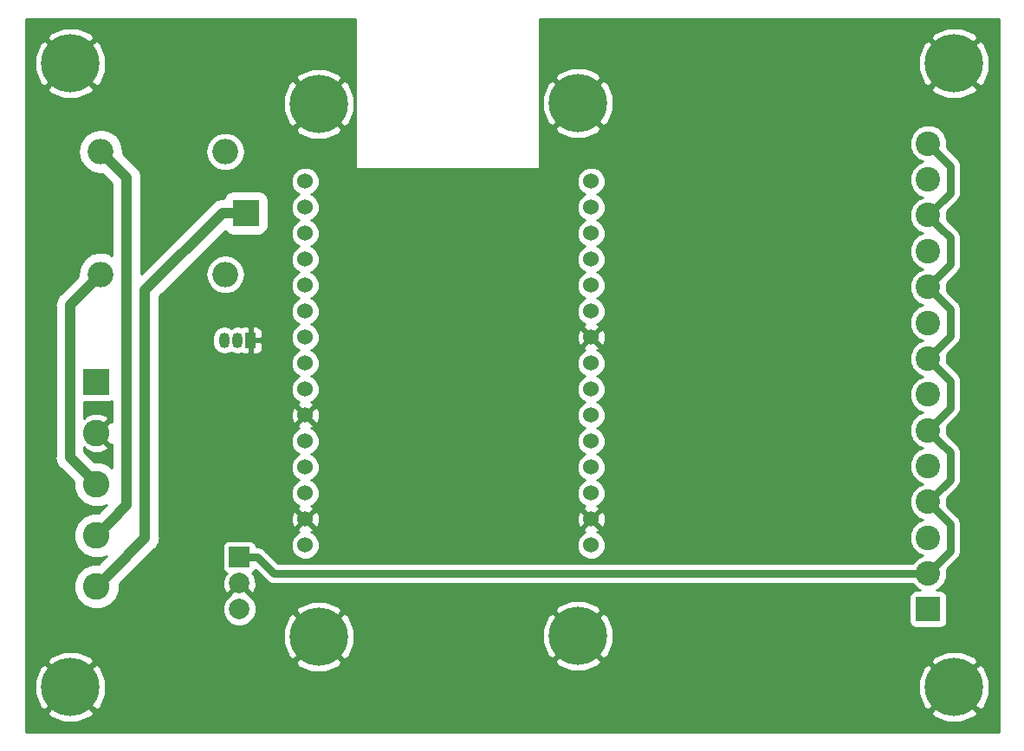
<source format=gbr>
G04 #@! TF.GenerationSoftware,KiCad,Pcbnew,(5.0.2)-1*
G04 #@! TF.CreationDate,2019-01-30T21:25:32+01:00*
G04 #@! TF.ProjectId,valve_reporter,76616c76-655f-4726-9570-6f727465722e,rev?*
G04 #@! TF.SameCoordinates,Original*
G04 #@! TF.FileFunction,Copper,L2,Bot*
G04 #@! TF.FilePolarity,Positive*
%FSLAX46Y46*%
G04 Gerber Fmt 4.6, Leading zero omitted, Abs format (unit mm)*
G04 Created by KiCad (PCBNEW (5.0.2)-1) date 1/30/2019 9:25:32 PM*
%MOMM*%
%LPD*%
G01*
G04 APERTURE LIST*
G04 #@! TA.AperFunction,ComponentPad*
%ADD10R,2.400000X2.400000*%
G04 #@! TD*
G04 #@! TA.AperFunction,ComponentPad*
%ADD11C,2.400000*%
G04 #@! TD*
G04 #@! TA.AperFunction,ComponentPad*
%ADD12R,2.600000X2.600000*%
G04 #@! TD*
G04 #@! TA.AperFunction,ComponentPad*
%ADD13C,2.600000*%
G04 #@! TD*
G04 #@! TA.AperFunction,ComponentPad*
%ADD14C,5.700000*%
G04 #@! TD*
G04 #@! TA.AperFunction,ComponentPad*
%ADD15R,2.500000X2.500000*%
G04 #@! TD*
G04 #@! TA.AperFunction,ComponentPad*
%ADD16O,2.500000X2.500000*%
G04 #@! TD*
G04 #@! TA.AperFunction,ComponentPad*
%ADD17O,1.050000X1.500000*%
G04 #@! TD*
G04 #@! TA.AperFunction,ComponentPad*
%ADD18R,1.050000X1.500000*%
G04 #@! TD*
G04 #@! TA.AperFunction,ComponentPad*
%ADD19C,1.524000*%
G04 #@! TD*
G04 #@! TA.AperFunction,ComponentPad*
%ADD20R,2.000000X2.000000*%
G04 #@! TD*
G04 #@! TA.AperFunction,ComponentPad*
%ADD21C,2.000000*%
G04 #@! TD*
G04 #@! TA.AperFunction,Conductor*
%ADD22C,0.750000*%
G04 #@! TD*
G04 #@! TA.AperFunction,Conductor*
%ADD23C,1.000000*%
G04 #@! TD*
G04 #@! TA.AperFunction,Conductor*
%ADD24C,0.254000*%
G04 #@! TD*
G04 APERTURE END LIST*
D10*
G04 #@! TO.P,J2,1*
G04 #@! TO.N,Net-(D16-Pad1)*
X170180000Y-127000000D03*
D11*
G04 #@! TO.P,J2,2*
G04 #@! TO.N,+12V*
X170180000Y-123500000D03*
G04 #@! TO.P,J2,3*
G04 #@! TO.N,Net-(D15-Pad1)*
X170180000Y-120000000D03*
G04 #@! TO.P,J2,4*
G04 #@! TO.N,+12V*
X170180000Y-116500000D03*
G04 #@! TO.P,J2,5*
G04 #@! TO.N,Net-(D14-Pad1)*
X170180000Y-113000000D03*
G04 #@! TO.P,J2,6*
G04 #@! TO.N,+12V*
X170180000Y-109500000D03*
G04 #@! TO.P,J2,7*
G04 #@! TO.N,Net-(D13-Pad1)*
X170180000Y-106000000D03*
G04 #@! TO.P,J2,8*
G04 #@! TO.N,+12V*
X170180000Y-102500000D03*
G04 #@! TO.P,J2,9*
G04 #@! TO.N,Net-(D12-Pad1)*
X170180000Y-99000000D03*
G04 #@! TO.P,J2,10*
G04 #@! TO.N,+12V*
X170180000Y-95500000D03*
G04 #@! TO.P,J2,11*
G04 #@! TO.N,Net-(D11-Pad1)*
X170180000Y-92000000D03*
G04 #@! TO.P,J2,12*
G04 #@! TO.N,+12V*
X170180000Y-88500000D03*
G04 #@! TO.P,J2,13*
G04 #@! TO.N,Net-(D10-Pad1)*
X170180000Y-85000000D03*
G04 #@! TO.P,J2,14*
G04 #@! TO.N,+12V*
X170180000Y-81500000D03*
G04 #@! TD*
D12*
G04 #@! TO.P,J1,1*
G04 #@! TO.N,+12V*
X88900000Y-104775000D03*
D13*
G04 #@! TO.P,J1,2*
G04 #@! TO.N,GND*
X88900000Y-109775000D03*
G04 #@! TO.P,J1,3*
G04 #@! TO.N,/RelOn*
X88900000Y-114775000D03*
G04 #@! TO.P,J1,4*
G04 #@! TO.N,/RelOff*
X88900000Y-119775000D03*
G04 #@! TO.P,J1,5*
G04 #@! TO.N,/RelIn*
X88900000Y-124775000D03*
G04 #@! TD*
D14*
G04 #@! TO.P,H5,1*
G04 #@! TO.N,GND*
X135953500Y-129603500D03*
G04 #@! TD*
G04 #@! TO.P,H7,1*
G04 #@! TO.N,GND*
X135953500Y-77533500D03*
G04 #@! TD*
G04 #@! TO.P,H8,1*
G04 #@! TO.N,GND*
X110617000Y-129667000D03*
G04 #@! TD*
G04 #@! TO.P,H6,1*
G04 #@! TO.N,GND*
X110617000Y-77597000D03*
G04 #@! TD*
G04 #@! TO.P,H1,1*
G04 #@! TO.N,GND*
X172720000Y-134620000D03*
G04 #@! TD*
G04 #@! TO.P,H2,1*
G04 #@! TO.N,GND*
X86360000Y-134620000D03*
G04 #@! TD*
G04 #@! TO.P,H3,1*
G04 #@! TO.N,GND*
X86360000Y-73660000D03*
G04 #@! TD*
G04 #@! TO.P,H4,1*
G04 #@! TO.N,GND*
X172720000Y-73660000D03*
G04 #@! TD*
D15*
G04 #@! TO.P,K1,1*
G04 #@! TO.N,/RelIn*
X103505000Y-88265000D03*
D16*
G04 #@! TO.P,K1,2*
G04 #@! TO.N,Net-(D2-Pad2)*
X101505000Y-82265000D03*
G04 #@! TO.P,K1,3*
G04 #@! TO.N,/RelOff*
X89305000Y-82265000D03*
G04 #@! TO.P,K1,4*
G04 #@! TO.N,/RelOn*
X89305000Y-94265000D03*
G04 #@! TO.P,K1,5*
G04 #@! TO.N,+12V*
X101505000Y-94265000D03*
G04 #@! TD*
D17*
G04 #@! TO.P,Q1,2*
G04 #@! TO.N,Net-(Q1-Pad2)*
X102679500Y-100711000D03*
G04 #@! TO.P,Q1,3*
G04 #@! TO.N,Net-(D2-Pad2)*
X101409500Y-100711000D03*
D18*
G04 #@! TO.P,Q1,1*
G04 #@! TO.N,GND*
X103949500Y-100711000D03*
G04 #@! TD*
D19*
G04 #@! TO.P,U1,1*
G04 #@! TO.N,Net-(R17-Pad2)*
X109305001Y-85185001D03*
G04 #@! TO.P,U1,2*
G04 #@! TO.N,Net-(U1-Pad2)*
X109305001Y-87725001D03*
G04 #@! TO.P,U1,3*
G04 #@! TO.N,Net-(U1-Pad3)*
X109305001Y-90265001D03*
G04 #@! TO.P,U1,4*
G04 #@! TO.N,Net-(U1-Pad4)*
X109305001Y-92805001D03*
G04 #@! TO.P,U1,5*
G04 #@! TO.N,Net-(U1-Pad5)*
X109305001Y-95345001D03*
G04 #@! TO.P,U1,6*
G04 #@! TO.N,Net-(U1-Pad6)*
X109305001Y-97885001D03*
G04 #@! TO.P,U1,7*
G04 #@! TO.N,Net-(U1-Pad7)*
X109305001Y-100425001D03*
G04 #@! TO.P,U1,8*
G04 #@! TO.N,Net-(U1-Pad8)*
X109305001Y-102965001D03*
G04 #@! TO.P,U1,9*
G04 #@! TO.N,Net-(U1-Pad9)*
X109305001Y-105505001D03*
G04 #@! TO.P,U1,10*
G04 #@! TO.N,GND*
X109305001Y-108045001D03*
G04 #@! TO.P,U1,11*
G04 #@! TO.N,Net-(U1-Pad11)*
X109305001Y-110585001D03*
G04 #@! TO.P,U1,12*
G04 #@! TO.N,Net-(U1-Pad12)*
X109305001Y-113125001D03*
G04 #@! TO.P,U1,13*
G04 #@! TO.N,Net-(U1-Pad13)*
X109305001Y-115665001D03*
G04 #@! TO.P,U1,14*
G04 #@! TO.N,GND*
X109305001Y-118205001D03*
G04 #@! TO.P,U1,15*
G04 #@! TO.N,+5V*
X109305001Y-120745001D03*
G04 #@! TO.P,U1,16*
G04 #@! TO.N,Net-(U1-Pad16)*
X137245001Y-120745001D03*
G04 #@! TO.P,U1,17*
G04 #@! TO.N,GND*
X137245001Y-118205001D03*
G04 #@! TO.P,U1,18*
G04 #@! TO.N,Net-(U1-Pad18)*
X137245001Y-115665001D03*
G04 #@! TO.P,U1,19*
G04 #@! TO.N,Net-(U1-Pad19)*
X137245001Y-113125001D03*
G04 #@! TO.P,U1,20*
G04 #@! TO.N,Net-(R2-Pad2)*
X137245001Y-110585001D03*
G04 #@! TO.P,U1,21*
G04 #@! TO.N,Net-(C7-Pad1)*
X137245001Y-108045001D03*
G04 #@! TO.P,U1,22*
G04 #@! TO.N,Net-(C6-Pad1)*
X137245001Y-105505001D03*
G04 #@! TO.P,U1,23*
G04 #@! TO.N,Net-(C5-Pad1)*
X137245001Y-102965001D03*
G04 #@! TO.P,U1,24*
G04 #@! TO.N,GND*
X137245001Y-100425001D03*
G04 #@! TO.P,U1,25*
G04 #@! TO.N,Net-(U1-Pad25)*
X137245001Y-97885001D03*
G04 #@! TO.P,U1,26*
G04 #@! TO.N,Net-(C4-Pad1)*
X137245001Y-95345001D03*
G04 #@! TO.P,U1,27*
G04 #@! TO.N,Net-(U1-Pad27)*
X137245001Y-92805001D03*
G04 #@! TO.P,U1,28*
G04 #@! TO.N,Net-(C3-Pad1)*
X137245001Y-90265001D03*
G04 #@! TO.P,U1,29*
G04 #@! TO.N,Net-(C2-Pad1)*
X137245001Y-87725001D03*
G04 #@! TO.P,U1,30*
G04 #@! TO.N,Net-(C1-Pad1)*
X137245001Y-85185001D03*
G04 #@! TD*
D20*
G04 #@! TO.P,U2,1*
G04 #@! TO.N,+12V*
X102870000Y-121920000D03*
D21*
G04 #@! TO.P,U2,2*
G04 #@! TO.N,GND*
X102870000Y-124460000D03*
G04 #@! TO.P,U2,3*
G04 #@! TO.N,+5V*
X102870000Y-127000000D03*
G04 #@! TD*
D22*
G04 #@! TO.N,+12V*
X168482944Y-123500000D02*
X170180000Y-123500000D01*
X106200000Y-123500000D02*
X168482944Y-123500000D01*
X104620000Y-121920000D02*
X106200000Y-123500000D01*
X102870000Y-121920000D02*
X104620000Y-121920000D01*
X171379999Y-117699999D02*
X170180000Y-116500000D01*
X172355001Y-118675001D02*
X171379999Y-117699999D01*
X172355001Y-121324999D02*
X172355001Y-118675001D01*
X170180000Y-123500000D02*
X172355001Y-121324999D01*
X171379999Y-110699999D02*
X170180000Y-109500000D01*
X172355001Y-111675001D02*
X171379999Y-110699999D01*
X172355001Y-114324999D02*
X172355001Y-111675001D01*
X170180000Y-116500000D02*
X172355001Y-114324999D01*
X171379999Y-103699999D02*
X170180000Y-102500000D01*
X172355001Y-104675001D02*
X171379999Y-103699999D01*
X172355001Y-107324999D02*
X172355001Y-104675001D01*
X170180000Y-109500000D02*
X172355001Y-107324999D01*
X171379999Y-96699999D02*
X170180000Y-95500000D01*
X172355001Y-97675001D02*
X171379999Y-96699999D01*
X172355001Y-100324999D02*
X172355001Y-97675001D01*
X170180000Y-102500000D02*
X172355001Y-100324999D01*
X171379999Y-89699999D02*
X170180000Y-88500000D01*
X172355001Y-90675001D02*
X171379999Y-89699999D01*
X172355001Y-93324999D02*
X172355001Y-90675001D01*
X170180000Y-95500000D02*
X172355001Y-93324999D01*
X171379999Y-82699999D02*
X170180000Y-81500000D01*
X172355001Y-83675001D02*
X171379999Y-82699999D01*
X172355001Y-86324999D02*
X172355001Y-83675001D01*
X170180000Y-88500000D02*
X172355001Y-86324999D01*
D23*
G04 #@! TO.N,/RelOn*
X87600001Y-113475001D02*
X88900000Y-114775000D01*
X86299999Y-112174999D02*
X87600001Y-113475001D01*
X86299999Y-97270001D02*
X86299999Y-112174999D01*
X89305000Y-94265000D02*
X86299999Y-97270001D01*
G04 #@! TO.N,/RelOff*
X90199999Y-118475001D02*
X88900000Y-119775000D01*
X91855001Y-116819999D02*
X90199999Y-118475001D01*
X91855001Y-84815001D02*
X91855001Y-116819999D01*
X89305000Y-82265000D02*
X91855001Y-84815001D01*
G04 #@! TO.N,/RelIn*
X90199999Y-123475001D02*
X88900000Y-124775000D01*
X93655011Y-120019989D02*
X90199999Y-123475001D01*
X93655011Y-95864989D02*
X93655011Y-120019989D01*
X101255000Y-88265000D02*
X93655011Y-95864989D01*
X103505000Y-88265000D02*
X101255000Y-88265000D01*
G04 #@! TD*
D24*
G04 #@! TO.N,GND*
G36*
X114173000Y-83820000D02*
X114182667Y-83868601D01*
X114210197Y-83909803D01*
X114251399Y-83937333D01*
X114300000Y-83947000D01*
X132080000Y-83947000D01*
X132128601Y-83937333D01*
X132169803Y-83909803D01*
X132197333Y-83868601D01*
X132207000Y-83820000D01*
X132207000Y-80021913D01*
X133644692Y-80021913D01*
X133969017Y-80480972D01*
X135248025Y-81016038D01*
X136634436Y-81020919D01*
X137917180Y-80494872D01*
X137937983Y-80480972D01*
X138262308Y-80021913D01*
X135953500Y-77713105D01*
X133644692Y-80021913D01*
X132207000Y-80021913D01*
X132207000Y-78214436D01*
X132466081Y-78214436D01*
X132992128Y-79497180D01*
X133006028Y-79517983D01*
X133465087Y-79842308D01*
X135773895Y-77533500D01*
X136133105Y-77533500D01*
X138441913Y-79842308D01*
X138900972Y-79517983D01*
X139436038Y-78238975D01*
X139440919Y-76852564D01*
X139152151Y-76148413D01*
X170411192Y-76148413D01*
X170735517Y-76607472D01*
X172014525Y-77142538D01*
X173400936Y-77147419D01*
X174683680Y-76621372D01*
X174704483Y-76607472D01*
X175028808Y-76148413D01*
X172720000Y-73839605D01*
X170411192Y-76148413D01*
X139152151Y-76148413D01*
X138914872Y-75569820D01*
X138900972Y-75549017D01*
X138441913Y-75224692D01*
X136133105Y-77533500D01*
X135773895Y-77533500D01*
X133465087Y-75224692D01*
X133006028Y-75549017D01*
X132470962Y-76828025D01*
X132466081Y-78214436D01*
X132207000Y-78214436D01*
X132207000Y-75045087D01*
X133644692Y-75045087D01*
X135953500Y-77353895D01*
X138262308Y-75045087D01*
X137937983Y-74586028D01*
X137352122Y-74340936D01*
X169232581Y-74340936D01*
X169758628Y-75623680D01*
X169772528Y-75644483D01*
X170231587Y-75968808D01*
X172540395Y-73660000D01*
X172899605Y-73660000D01*
X175208413Y-75968808D01*
X175667472Y-75644483D01*
X176202538Y-74365475D01*
X176207419Y-72979064D01*
X175681372Y-71696320D01*
X175667472Y-71675517D01*
X175208413Y-71351192D01*
X172899605Y-73660000D01*
X172540395Y-73660000D01*
X170231587Y-71351192D01*
X169772528Y-71675517D01*
X169237462Y-72954525D01*
X169232581Y-74340936D01*
X137352122Y-74340936D01*
X136658975Y-74050962D01*
X135272564Y-74046081D01*
X133989820Y-74572128D01*
X133969017Y-74586028D01*
X133644692Y-75045087D01*
X132207000Y-75045087D01*
X132207000Y-71171587D01*
X170411192Y-71171587D01*
X172720000Y-73480395D01*
X175028808Y-71171587D01*
X174704483Y-70712528D01*
X173425475Y-70177462D01*
X172039064Y-70172581D01*
X170756320Y-70698628D01*
X170735517Y-70712528D01*
X170411192Y-71171587D01*
X132207000Y-71171587D01*
X132207000Y-69290000D01*
X177090001Y-69290000D01*
X177090000Y-138990000D01*
X81990000Y-138990000D01*
X81990000Y-137108413D01*
X84051192Y-137108413D01*
X84375517Y-137567472D01*
X85654525Y-138102538D01*
X87040936Y-138107419D01*
X88323680Y-137581372D01*
X88344483Y-137567472D01*
X88668808Y-137108413D01*
X170411192Y-137108413D01*
X170735517Y-137567472D01*
X172014525Y-138102538D01*
X173400936Y-138107419D01*
X174683680Y-137581372D01*
X174704483Y-137567472D01*
X175028808Y-137108413D01*
X172720000Y-134799605D01*
X170411192Y-137108413D01*
X88668808Y-137108413D01*
X86360000Y-134799605D01*
X84051192Y-137108413D01*
X81990000Y-137108413D01*
X81990000Y-135300936D01*
X82872581Y-135300936D01*
X83398628Y-136583680D01*
X83412528Y-136604483D01*
X83871587Y-136928808D01*
X86180395Y-134620000D01*
X86539605Y-134620000D01*
X88848413Y-136928808D01*
X89307472Y-136604483D01*
X89842538Y-135325475D01*
X89842624Y-135300936D01*
X169232581Y-135300936D01*
X169758628Y-136583680D01*
X169772528Y-136604483D01*
X170231587Y-136928808D01*
X172540395Y-134620000D01*
X172899605Y-134620000D01*
X175208413Y-136928808D01*
X175667472Y-136604483D01*
X176202538Y-135325475D01*
X176207419Y-133939064D01*
X175681372Y-132656320D01*
X175667472Y-132635517D01*
X175208413Y-132311192D01*
X172899605Y-134620000D01*
X172540395Y-134620000D01*
X170231587Y-132311192D01*
X169772528Y-132635517D01*
X169237462Y-133914525D01*
X169232581Y-135300936D01*
X89842624Y-135300936D01*
X89847419Y-133939064D01*
X89321372Y-132656320D01*
X89307472Y-132635517D01*
X88848413Y-132311192D01*
X86539605Y-134620000D01*
X86180395Y-134620000D01*
X83871587Y-132311192D01*
X83412528Y-132635517D01*
X82877462Y-133914525D01*
X82872581Y-135300936D01*
X81990000Y-135300936D01*
X81990000Y-132131587D01*
X84051192Y-132131587D01*
X86360000Y-134440395D01*
X88644982Y-132155413D01*
X108308192Y-132155413D01*
X108632517Y-132614472D01*
X109911525Y-133149538D01*
X111297936Y-133154419D01*
X112580680Y-132628372D01*
X112601483Y-132614472D01*
X112925808Y-132155413D01*
X112862308Y-132091913D01*
X133644692Y-132091913D01*
X133969017Y-132550972D01*
X135248025Y-133086038D01*
X136634436Y-133090919D01*
X137917180Y-132564872D01*
X137937983Y-132550972D01*
X138234278Y-132131587D01*
X170411192Y-132131587D01*
X172720000Y-134440395D01*
X175028808Y-132131587D01*
X174704483Y-131672528D01*
X173425475Y-131137462D01*
X172039064Y-131132581D01*
X170756320Y-131658628D01*
X170735517Y-131672528D01*
X170411192Y-132131587D01*
X138234278Y-132131587D01*
X138262308Y-132091913D01*
X135953500Y-129783105D01*
X133644692Y-132091913D01*
X112862308Y-132091913D01*
X110617000Y-129846605D01*
X108308192Y-132155413D01*
X88644982Y-132155413D01*
X88668808Y-132131587D01*
X88344483Y-131672528D01*
X87065475Y-131137462D01*
X85679064Y-131132581D01*
X84396320Y-131658628D01*
X84375517Y-131672528D01*
X84051192Y-132131587D01*
X81990000Y-132131587D01*
X81990000Y-130347936D01*
X107129581Y-130347936D01*
X107655628Y-131630680D01*
X107669528Y-131651483D01*
X108128587Y-131975808D01*
X110437395Y-129667000D01*
X110796605Y-129667000D01*
X113105413Y-131975808D01*
X113564472Y-131651483D01*
X114099538Y-130372475D01*
X114099847Y-130284436D01*
X132466081Y-130284436D01*
X132992128Y-131567180D01*
X133006028Y-131587983D01*
X133465087Y-131912308D01*
X135773895Y-129603500D01*
X136133105Y-129603500D01*
X138441913Y-131912308D01*
X138900972Y-131587983D01*
X139436038Y-130308975D01*
X139440919Y-128922564D01*
X138914872Y-127639820D01*
X138900972Y-127619017D01*
X138441913Y-127294692D01*
X136133105Y-129603500D01*
X135773895Y-129603500D01*
X133465087Y-127294692D01*
X133006028Y-127619017D01*
X132470962Y-128898025D01*
X132466081Y-130284436D01*
X114099847Y-130284436D01*
X114104419Y-128986064D01*
X113578372Y-127703320D01*
X113564472Y-127682517D01*
X113105413Y-127358192D01*
X110796605Y-129667000D01*
X110437395Y-129667000D01*
X108128587Y-127358192D01*
X107669528Y-127682517D01*
X107134462Y-128961525D01*
X107129581Y-130347936D01*
X81990000Y-130347936D01*
X81990000Y-97270001D01*
X84845044Y-97270001D01*
X84872999Y-97410541D01*
X84873000Y-112034454D01*
X84845044Y-112174999D01*
X84955795Y-112731786D01*
X84955796Y-112731787D01*
X85271191Y-113203808D01*
X85390339Y-113283420D01*
X86673000Y-114566083D01*
X86673000Y-115217978D01*
X87012040Y-116036494D01*
X87638506Y-116662960D01*
X88457022Y-117002000D01*
X89342978Y-117002000D01*
X89875493Y-116781425D01*
X89290340Y-117366579D01*
X89290337Y-117366581D01*
X89108918Y-117548000D01*
X88457022Y-117548000D01*
X87638506Y-117887040D01*
X87012040Y-118513506D01*
X86673000Y-119332022D01*
X86673000Y-120217978D01*
X87012040Y-121036494D01*
X87638506Y-121662960D01*
X88457022Y-122002000D01*
X89342978Y-122002000D01*
X89875493Y-121781425D01*
X89290340Y-122366579D01*
X89290337Y-122366581D01*
X89108918Y-122548000D01*
X88457022Y-122548000D01*
X87638506Y-122887040D01*
X87012040Y-123513506D01*
X86673000Y-124332022D01*
X86673000Y-125217978D01*
X87012040Y-126036494D01*
X87638506Y-126662960D01*
X88457022Y-127002000D01*
X89342978Y-127002000D01*
X90132962Y-126674778D01*
X101235000Y-126674778D01*
X101235000Y-127325222D01*
X101483914Y-127926153D01*
X101943847Y-128386086D01*
X102544778Y-128635000D01*
X103195222Y-128635000D01*
X103796153Y-128386086D01*
X104256086Y-127926153D01*
X104505000Y-127325222D01*
X104505000Y-127178587D01*
X108308192Y-127178587D01*
X110617000Y-129487395D01*
X112925808Y-127178587D01*
X112880946Y-127115087D01*
X133644692Y-127115087D01*
X135953500Y-129423895D01*
X138262308Y-127115087D01*
X137937983Y-126656028D01*
X136658975Y-126120962D01*
X135272564Y-126116081D01*
X133989820Y-126642128D01*
X133969017Y-126656028D01*
X133644692Y-127115087D01*
X112880946Y-127115087D01*
X112601483Y-126719528D01*
X111322475Y-126184462D01*
X109936064Y-126179581D01*
X108653320Y-126705628D01*
X108632517Y-126719528D01*
X108308192Y-127178587D01*
X104505000Y-127178587D01*
X104505000Y-126674778D01*
X104256086Y-126073847D01*
X103829928Y-125647689D01*
X103842927Y-125612532D01*
X102870000Y-124639605D01*
X101897073Y-125612532D01*
X101910072Y-125647689D01*
X101483914Y-126073847D01*
X101235000Y-126674778D01*
X90132962Y-126674778D01*
X90161494Y-126662960D01*
X90787960Y-126036494D01*
X91127000Y-125217978D01*
X91127000Y-124566082D01*
X91308419Y-124384663D01*
X91308421Y-124384660D01*
X94564674Y-121128409D01*
X94683820Y-121048798D01*
X94769881Y-120920000D01*
X101222560Y-120920000D01*
X101222560Y-122920000D01*
X101271843Y-123167765D01*
X101412191Y-123377809D01*
X101622235Y-123518157D01*
X101629491Y-123519600D01*
X101450613Y-123585736D01*
X101224092Y-124195461D01*
X101248144Y-124845460D01*
X101450613Y-125334264D01*
X101717468Y-125432927D01*
X102690395Y-124460000D01*
X102676253Y-124445858D01*
X102855858Y-124266253D01*
X102870000Y-124280395D01*
X102884143Y-124266253D01*
X103063748Y-124445858D01*
X103049605Y-124460000D01*
X104022532Y-125432927D01*
X104289387Y-125334264D01*
X104515908Y-124724539D01*
X104491856Y-124074540D01*
X104289387Y-123585736D01*
X104110509Y-123519600D01*
X104117765Y-123518157D01*
X104327809Y-123377809D01*
X104456643Y-123184998D01*
X105415482Y-124143837D01*
X105471831Y-124228169D01*
X105805918Y-124451399D01*
X106100524Y-124510000D01*
X106100528Y-124510000D01*
X106199999Y-124529786D01*
X106299470Y-124510000D01*
X168612166Y-124510000D01*
X168624362Y-124539444D01*
X169140556Y-125055638D01*
X169374547Y-125152560D01*
X168980000Y-125152560D01*
X168732235Y-125201843D01*
X168522191Y-125342191D01*
X168381843Y-125552235D01*
X168332560Y-125800000D01*
X168332560Y-128200000D01*
X168381843Y-128447765D01*
X168522191Y-128657809D01*
X168732235Y-128798157D01*
X168980000Y-128847440D01*
X171380000Y-128847440D01*
X171627765Y-128798157D01*
X171837809Y-128657809D01*
X171978157Y-128447765D01*
X172027440Y-128200000D01*
X172027440Y-125800000D01*
X171978157Y-125552235D01*
X171837809Y-125342191D01*
X171627765Y-125201843D01*
X171380000Y-125152560D01*
X170985453Y-125152560D01*
X171219444Y-125055638D01*
X171735638Y-124539444D01*
X172015000Y-123865004D01*
X172015000Y-123134996D01*
X172002804Y-123105552D01*
X172998842Y-122109514D01*
X173083170Y-122053168D01*
X173139517Y-121968839D01*
X173139519Y-121968837D01*
X173306399Y-121719082D01*
X173306400Y-121719081D01*
X173365001Y-121424475D01*
X173365001Y-121424470D01*
X173384787Y-121324999D01*
X173365001Y-121225528D01*
X173365001Y-118774471D01*
X173384787Y-118675000D01*
X173365001Y-118575529D01*
X173365001Y-118575525D01*
X173306400Y-118280919D01*
X173083170Y-117946832D01*
X172998838Y-117890483D01*
X172164519Y-117056164D01*
X172164517Y-117056161D01*
X172002804Y-116894448D01*
X172015000Y-116865004D01*
X172015000Y-116134996D01*
X172002804Y-116105552D01*
X172998842Y-115109514D01*
X173083170Y-115053168D01*
X173139517Y-114968839D01*
X173139519Y-114968837D01*
X173306399Y-114719082D01*
X173306400Y-114719081D01*
X173365001Y-114424475D01*
X173365001Y-114424470D01*
X173384787Y-114324999D01*
X173365001Y-114225528D01*
X173365001Y-111774471D01*
X173384787Y-111675000D01*
X173365001Y-111575529D01*
X173365001Y-111575525D01*
X173306400Y-111280919D01*
X173083170Y-110946832D01*
X172998838Y-110890483D01*
X172164519Y-110056164D01*
X172164517Y-110056161D01*
X172002804Y-109894448D01*
X172015000Y-109865004D01*
X172015000Y-109134996D01*
X172002804Y-109105552D01*
X172998842Y-108109514D01*
X173083170Y-108053168D01*
X173139517Y-107968839D01*
X173139519Y-107968837D01*
X173306399Y-107719082D01*
X173306400Y-107719081D01*
X173365001Y-107424475D01*
X173365001Y-107424470D01*
X173384787Y-107324999D01*
X173365001Y-107225528D01*
X173365001Y-104774471D01*
X173384787Y-104675000D01*
X173365001Y-104575529D01*
X173365001Y-104575525D01*
X173306400Y-104280919D01*
X173083170Y-103946832D01*
X172998838Y-103890483D01*
X172164519Y-103056164D01*
X172164517Y-103056161D01*
X172002804Y-102894448D01*
X172015000Y-102865004D01*
X172015000Y-102134996D01*
X172002804Y-102105552D01*
X172998842Y-101109514D01*
X173083170Y-101053168D01*
X173139517Y-100968839D01*
X173139519Y-100968837D01*
X173306399Y-100719082D01*
X173306400Y-100719081D01*
X173365001Y-100424475D01*
X173365001Y-100424470D01*
X173384787Y-100324999D01*
X173365001Y-100225528D01*
X173365001Y-97774471D01*
X173384787Y-97675000D01*
X173365001Y-97575529D01*
X173365001Y-97575525D01*
X173306400Y-97280919D01*
X173083170Y-96946832D01*
X172998838Y-96890483D01*
X172164519Y-96056164D01*
X172164517Y-96056161D01*
X172002804Y-95894448D01*
X172015000Y-95865004D01*
X172015000Y-95134996D01*
X172002804Y-95105552D01*
X172998842Y-94109514D01*
X173083170Y-94053168D01*
X173139517Y-93968839D01*
X173139519Y-93968837D01*
X173306399Y-93719082D01*
X173306400Y-93719081D01*
X173365001Y-93424475D01*
X173365001Y-93424470D01*
X173384787Y-93324999D01*
X173365001Y-93225528D01*
X173365001Y-90774471D01*
X173384787Y-90675000D01*
X173365001Y-90575529D01*
X173365001Y-90575525D01*
X173306400Y-90280919D01*
X173083170Y-89946832D01*
X172998838Y-89890483D01*
X172164519Y-89056164D01*
X172164517Y-89056161D01*
X172002804Y-88894448D01*
X172015000Y-88865004D01*
X172015000Y-88134996D01*
X172002804Y-88105552D01*
X172998842Y-87109514D01*
X173083170Y-87053168D01*
X173139517Y-86968839D01*
X173139519Y-86968837D01*
X173306399Y-86719082D01*
X173306400Y-86719081D01*
X173365001Y-86424475D01*
X173365001Y-86424470D01*
X173384787Y-86324999D01*
X173365001Y-86225528D01*
X173365001Y-83774471D01*
X173384787Y-83675000D01*
X173365001Y-83575529D01*
X173365001Y-83575525D01*
X173306400Y-83280919D01*
X173083170Y-82946832D01*
X172998838Y-82890483D01*
X172164519Y-82056164D01*
X172164517Y-82056161D01*
X172002804Y-81894448D01*
X172015000Y-81865004D01*
X172015000Y-81134996D01*
X171735638Y-80460556D01*
X171219444Y-79944362D01*
X170545004Y-79665000D01*
X169814996Y-79665000D01*
X169140556Y-79944362D01*
X168624362Y-80460556D01*
X168345000Y-81134996D01*
X168345000Y-81865004D01*
X168624362Y-82539444D01*
X169140556Y-83055638D01*
X169609788Y-83250000D01*
X169140556Y-83444362D01*
X168624362Y-83960556D01*
X168345000Y-84634996D01*
X168345000Y-85365004D01*
X168624362Y-86039444D01*
X169140556Y-86555638D01*
X169609788Y-86750000D01*
X169140556Y-86944362D01*
X168624362Y-87460556D01*
X168345000Y-88134996D01*
X168345000Y-88865004D01*
X168624362Y-89539444D01*
X169140556Y-90055638D01*
X169609788Y-90250000D01*
X169140556Y-90444362D01*
X168624362Y-90960556D01*
X168345000Y-91634996D01*
X168345000Y-92365004D01*
X168624362Y-93039444D01*
X169140556Y-93555638D01*
X169609788Y-93750000D01*
X169140556Y-93944362D01*
X168624362Y-94460556D01*
X168345000Y-95134996D01*
X168345000Y-95865004D01*
X168624362Y-96539444D01*
X169140556Y-97055638D01*
X169609788Y-97250000D01*
X169140556Y-97444362D01*
X168624362Y-97960556D01*
X168345000Y-98634996D01*
X168345000Y-99365004D01*
X168624362Y-100039444D01*
X169140556Y-100555638D01*
X169609788Y-100750000D01*
X169140556Y-100944362D01*
X168624362Y-101460556D01*
X168345000Y-102134996D01*
X168345000Y-102865004D01*
X168624362Y-103539444D01*
X169140556Y-104055638D01*
X169609788Y-104250000D01*
X169140556Y-104444362D01*
X168624362Y-104960556D01*
X168345000Y-105634996D01*
X168345000Y-106365004D01*
X168624362Y-107039444D01*
X169140556Y-107555638D01*
X169609788Y-107750000D01*
X169140556Y-107944362D01*
X168624362Y-108460556D01*
X168345000Y-109134996D01*
X168345000Y-109865004D01*
X168624362Y-110539444D01*
X169140556Y-111055638D01*
X169609788Y-111250000D01*
X169140556Y-111444362D01*
X168624362Y-111960556D01*
X168345000Y-112634996D01*
X168345000Y-113365004D01*
X168624362Y-114039444D01*
X169140556Y-114555638D01*
X169609788Y-114750000D01*
X169140556Y-114944362D01*
X168624362Y-115460556D01*
X168345000Y-116134996D01*
X168345000Y-116865004D01*
X168624362Y-117539444D01*
X169140556Y-118055638D01*
X169609788Y-118250000D01*
X169140556Y-118444362D01*
X168624362Y-118960556D01*
X168345000Y-119634996D01*
X168345000Y-120365004D01*
X168624362Y-121039444D01*
X169140556Y-121555638D01*
X169609788Y-121750000D01*
X169140556Y-121944362D01*
X168624362Y-122460556D01*
X168612166Y-122490000D01*
X106618355Y-122490000D01*
X105404518Y-121276163D01*
X105348169Y-121191831D01*
X105014082Y-120968601D01*
X104719476Y-120910000D01*
X104719471Y-120910000D01*
X104620000Y-120890214D01*
X104520529Y-120910000D01*
X104515451Y-120910000D01*
X104468157Y-120672235D01*
X104331103Y-120467120D01*
X107908001Y-120467120D01*
X107908001Y-121022882D01*
X108120681Y-121536338D01*
X108513664Y-121929321D01*
X109027120Y-122142001D01*
X109582882Y-122142001D01*
X110096338Y-121929321D01*
X110489321Y-121536338D01*
X110702001Y-121022882D01*
X110702001Y-120467120D01*
X135848001Y-120467120D01*
X135848001Y-121022882D01*
X136060681Y-121536338D01*
X136453664Y-121929321D01*
X136967120Y-122142001D01*
X137522882Y-122142001D01*
X138036338Y-121929321D01*
X138429321Y-121536338D01*
X138642001Y-121022882D01*
X138642001Y-120467120D01*
X138429321Y-119953664D01*
X138036338Y-119560681D01*
X137845354Y-119481573D01*
X137976144Y-119427398D01*
X138045609Y-119185214D01*
X137245001Y-118384606D01*
X136444393Y-119185214D01*
X136513858Y-119427398D01*
X136654394Y-119477536D01*
X136453664Y-119560681D01*
X136060681Y-119953664D01*
X135848001Y-120467120D01*
X110702001Y-120467120D01*
X110489321Y-119953664D01*
X110096338Y-119560681D01*
X109905354Y-119481573D01*
X110036144Y-119427398D01*
X110105609Y-119185214D01*
X109305001Y-118384606D01*
X108504393Y-119185214D01*
X108573858Y-119427398D01*
X108714394Y-119477536D01*
X108513664Y-119560681D01*
X108120681Y-119953664D01*
X107908001Y-120467120D01*
X104331103Y-120467120D01*
X104327809Y-120462191D01*
X104117765Y-120321843D01*
X103870000Y-120272560D01*
X101870000Y-120272560D01*
X101622235Y-120321843D01*
X101412191Y-120462191D01*
X101271843Y-120672235D01*
X101222560Y-120920000D01*
X94769881Y-120920000D01*
X94999215Y-120576777D01*
X95021027Y-120467120D01*
X95082011Y-120160533D01*
X95082011Y-120160530D01*
X95109966Y-120019989D01*
X95082011Y-119879449D01*
X95082011Y-117997303D01*
X107895857Y-117997303D01*
X107923639Y-118552369D01*
X108082604Y-118936144D01*
X108324788Y-119005609D01*
X109125396Y-118205001D01*
X109484606Y-118205001D01*
X110285214Y-119005609D01*
X110527398Y-118936144D01*
X110714145Y-118412699D01*
X110693354Y-117997303D01*
X135835857Y-117997303D01*
X135863639Y-118552369D01*
X136022604Y-118936144D01*
X136264788Y-119005609D01*
X137065396Y-118205001D01*
X137424606Y-118205001D01*
X138225214Y-119005609D01*
X138467398Y-118936144D01*
X138654145Y-118412699D01*
X138626363Y-117857633D01*
X138467398Y-117473858D01*
X138225214Y-117404393D01*
X137424606Y-118205001D01*
X137065396Y-118205001D01*
X136264788Y-117404393D01*
X136022604Y-117473858D01*
X135835857Y-117997303D01*
X110693354Y-117997303D01*
X110686363Y-117857633D01*
X110527398Y-117473858D01*
X110285214Y-117404393D01*
X109484606Y-118205001D01*
X109125396Y-118205001D01*
X108324788Y-117404393D01*
X108082604Y-117473858D01*
X107895857Y-117997303D01*
X95082011Y-117997303D01*
X95082011Y-110307120D01*
X107908001Y-110307120D01*
X107908001Y-110862882D01*
X108120681Y-111376338D01*
X108513664Y-111769321D01*
X108720514Y-111855001D01*
X108513664Y-111940681D01*
X108120681Y-112333664D01*
X107908001Y-112847120D01*
X107908001Y-113402882D01*
X108120681Y-113916338D01*
X108513664Y-114309321D01*
X108720514Y-114395001D01*
X108513664Y-114480681D01*
X108120681Y-114873664D01*
X107908001Y-115387120D01*
X107908001Y-115942882D01*
X108120681Y-116456338D01*
X108513664Y-116849321D01*
X108704648Y-116928429D01*
X108573858Y-116982604D01*
X108504393Y-117224788D01*
X109305001Y-118025396D01*
X110105609Y-117224788D01*
X110036144Y-116982604D01*
X109895608Y-116932466D01*
X110096338Y-116849321D01*
X110489321Y-116456338D01*
X110702001Y-115942882D01*
X110702001Y-115387120D01*
X110489321Y-114873664D01*
X110096338Y-114480681D01*
X109889488Y-114395001D01*
X110096338Y-114309321D01*
X110489321Y-113916338D01*
X110702001Y-113402882D01*
X110702001Y-112847120D01*
X110489321Y-112333664D01*
X110096338Y-111940681D01*
X109889488Y-111855001D01*
X110096338Y-111769321D01*
X110489321Y-111376338D01*
X110702001Y-110862882D01*
X110702001Y-110307120D01*
X110489321Y-109793664D01*
X110096338Y-109400681D01*
X109905354Y-109321573D01*
X110036144Y-109267398D01*
X110105609Y-109025214D01*
X109305001Y-108224606D01*
X108504393Y-109025214D01*
X108573858Y-109267398D01*
X108714394Y-109317536D01*
X108513664Y-109400681D01*
X108120681Y-109793664D01*
X107908001Y-110307120D01*
X95082011Y-110307120D01*
X95082011Y-107837303D01*
X107895857Y-107837303D01*
X107923639Y-108392369D01*
X108082604Y-108776144D01*
X108324788Y-108845609D01*
X109125396Y-108045001D01*
X109484606Y-108045001D01*
X110285214Y-108845609D01*
X110527398Y-108776144D01*
X110714145Y-108252699D01*
X110686363Y-107697633D01*
X110527398Y-107313858D01*
X110285214Y-107244393D01*
X109484606Y-108045001D01*
X109125396Y-108045001D01*
X108324788Y-107244393D01*
X108082604Y-107313858D01*
X107895857Y-107837303D01*
X95082011Y-107837303D01*
X95082011Y-100371754D01*
X100249500Y-100371754D01*
X100249500Y-101050245D01*
X100316805Y-101388608D01*
X100573187Y-101772313D01*
X100956891Y-102028695D01*
X101409500Y-102118725D01*
X101862108Y-102028695D01*
X102044500Y-101906825D01*
X102226891Y-102028695D01*
X102679500Y-102118725D01*
X103132108Y-102028695D01*
X103133484Y-102027776D01*
X103298191Y-102096000D01*
X103663750Y-102096000D01*
X103822500Y-101937250D01*
X103822500Y-101135710D01*
X103839500Y-101050246D01*
X103839500Y-100838000D01*
X104076500Y-100838000D01*
X104076500Y-101937250D01*
X104235250Y-102096000D01*
X104600809Y-102096000D01*
X104834198Y-101999327D01*
X105012827Y-101820699D01*
X105109500Y-101587310D01*
X105109500Y-100996750D01*
X104950750Y-100838000D01*
X104076500Y-100838000D01*
X103839500Y-100838000D01*
X103839500Y-100371755D01*
X103822500Y-100286291D01*
X103822500Y-99484750D01*
X104076500Y-99484750D01*
X104076500Y-100584000D01*
X104950750Y-100584000D01*
X105109500Y-100425250D01*
X105109500Y-99834690D01*
X105012827Y-99601301D01*
X104834198Y-99422673D01*
X104600809Y-99326000D01*
X104235250Y-99326000D01*
X104076500Y-99484750D01*
X103822500Y-99484750D01*
X103663750Y-99326000D01*
X103298191Y-99326000D01*
X103133484Y-99394224D01*
X103132109Y-99393305D01*
X102679500Y-99303275D01*
X102226892Y-99393305D01*
X102044501Y-99515175D01*
X101862109Y-99393305D01*
X101409500Y-99303275D01*
X100956892Y-99393305D01*
X100573188Y-99649687D01*
X100316805Y-100033391D01*
X100249500Y-100371754D01*
X95082011Y-100371754D01*
X95082011Y-96456070D01*
X97273081Y-94265000D01*
X99583071Y-94265000D01*
X99729369Y-95000490D01*
X100145991Y-95624009D01*
X100769510Y-96040631D01*
X101319345Y-96150000D01*
X101690655Y-96150000D01*
X102240490Y-96040631D01*
X102864009Y-95624009D01*
X103280631Y-95000490D01*
X103426929Y-94265000D01*
X103280631Y-93529510D01*
X102864009Y-92905991D01*
X102240490Y-92489369D01*
X101690655Y-92380000D01*
X101319345Y-92380000D01*
X100769510Y-92489369D01*
X100145991Y-92905991D01*
X99729369Y-93529510D01*
X99583071Y-94265000D01*
X97273081Y-94265000D01*
X101493777Y-90044306D01*
X101586670Y-90183330D01*
X101893303Y-90388215D01*
X102255000Y-90460161D01*
X104755000Y-90460161D01*
X105116697Y-90388215D01*
X105423330Y-90183330D01*
X105628215Y-89876697D01*
X105700161Y-89515000D01*
X105700161Y-87015000D01*
X105628215Y-86653303D01*
X105423330Y-86346670D01*
X105116697Y-86141785D01*
X104755000Y-86069839D01*
X102255000Y-86069839D01*
X101893303Y-86141785D01*
X101586670Y-86346670D01*
X101381785Y-86653303D01*
X101346968Y-86828338D01*
X101255000Y-86810045D01*
X101114460Y-86838000D01*
X101114456Y-86838000D01*
X100698212Y-86920796D01*
X100626314Y-86968837D01*
X100345338Y-87156579D01*
X100345337Y-87156580D01*
X100226191Y-87236191D01*
X100146580Y-87355337D01*
X93282001Y-94219918D01*
X93282001Y-84955541D01*
X93291632Y-84907120D01*
X107908001Y-84907120D01*
X107908001Y-85462882D01*
X108120681Y-85976338D01*
X108513664Y-86369321D01*
X108720514Y-86455001D01*
X108513664Y-86540681D01*
X108120681Y-86933664D01*
X107908001Y-87447120D01*
X107908001Y-88002882D01*
X108120681Y-88516338D01*
X108513664Y-88909321D01*
X108720514Y-88995001D01*
X108513664Y-89080681D01*
X108120681Y-89473664D01*
X107908001Y-89987120D01*
X107908001Y-90542882D01*
X108120681Y-91056338D01*
X108513664Y-91449321D01*
X108720514Y-91535001D01*
X108513664Y-91620681D01*
X108120681Y-92013664D01*
X107908001Y-92527120D01*
X107908001Y-93082882D01*
X108120681Y-93596338D01*
X108513664Y-93989321D01*
X108720514Y-94075001D01*
X108513664Y-94160681D01*
X108120681Y-94553664D01*
X107908001Y-95067120D01*
X107908001Y-95622882D01*
X108120681Y-96136338D01*
X108513664Y-96529321D01*
X108720514Y-96615001D01*
X108513664Y-96700681D01*
X108120681Y-97093664D01*
X107908001Y-97607120D01*
X107908001Y-98162882D01*
X108120681Y-98676338D01*
X108513664Y-99069321D01*
X108720514Y-99155001D01*
X108513664Y-99240681D01*
X108120681Y-99633664D01*
X107908001Y-100147120D01*
X107908001Y-100702882D01*
X108120681Y-101216338D01*
X108513664Y-101609321D01*
X108720514Y-101695001D01*
X108513664Y-101780681D01*
X108120681Y-102173664D01*
X107908001Y-102687120D01*
X107908001Y-103242882D01*
X108120681Y-103756338D01*
X108513664Y-104149321D01*
X108720514Y-104235001D01*
X108513664Y-104320681D01*
X108120681Y-104713664D01*
X107908001Y-105227120D01*
X107908001Y-105782882D01*
X108120681Y-106296338D01*
X108513664Y-106689321D01*
X108704648Y-106768429D01*
X108573858Y-106822604D01*
X108504393Y-107064788D01*
X109305001Y-107865396D01*
X110105609Y-107064788D01*
X110036144Y-106822604D01*
X109895608Y-106772466D01*
X110096338Y-106689321D01*
X110489321Y-106296338D01*
X110702001Y-105782882D01*
X110702001Y-105227120D01*
X110489321Y-104713664D01*
X110096338Y-104320681D01*
X109889488Y-104235001D01*
X110096338Y-104149321D01*
X110489321Y-103756338D01*
X110702001Y-103242882D01*
X110702001Y-102687120D01*
X135848001Y-102687120D01*
X135848001Y-103242882D01*
X136060681Y-103756338D01*
X136453664Y-104149321D01*
X136660514Y-104235001D01*
X136453664Y-104320681D01*
X136060681Y-104713664D01*
X135848001Y-105227120D01*
X135848001Y-105782882D01*
X136060681Y-106296338D01*
X136453664Y-106689321D01*
X136660514Y-106775001D01*
X136453664Y-106860681D01*
X136060681Y-107253664D01*
X135848001Y-107767120D01*
X135848001Y-108322882D01*
X136060681Y-108836338D01*
X136453664Y-109229321D01*
X136660514Y-109315001D01*
X136453664Y-109400681D01*
X136060681Y-109793664D01*
X135848001Y-110307120D01*
X135848001Y-110862882D01*
X136060681Y-111376338D01*
X136453664Y-111769321D01*
X136660514Y-111855001D01*
X136453664Y-111940681D01*
X136060681Y-112333664D01*
X135848001Y-112847120D01*
X135848001Y-113402882D01*
X136060681Y-113916338D01*
X136453664Y-114309321D01*
X136660514Y-114395001D01*
X136453664Y-114480681D01*
X136060681Y-114873664D01*
X135848001Y-115387120D01*
X135848001Y-115942882D01*
X136060681Y-116456338D01*
X136453664Y-116849321D01*
X136644648Y-116928429D01*
X136513858Y-116982604D01*
X136444393Y-117224788D01*
X137245001Y-118025396D01*
X138045609Y-117224788D01*
X137976144Y-116982604D01*
X137835608Y-116932466D01*
X138036338Y-116849321D01*
X138429321Y-116456338D01*
X138642001Y-115942882D01*
X138642001Y-115387120D01*
X138429321Y-114873664D01*
X138036338Y-114480681D01*
X137829488Y-114395001D01*
X138036338Y-114309321D01*
X138429321Y-113916338D01*
X138642001Y-113402882D01*
X138642001Y-112847120D01*
X138429321Y-112333664D01*
X138036338Y-111940681D01*
X137829488Y-111855001D01*
X138036338Y-111769321D01*
X138429321Y-111376338D01*
X138642001Y-110862882D01*
X138642001Y-110307120D01*
X138429321Y-109793664D01*
X138036338Y-109400681D01*
X137829488Y-109315001D01*
X138036338Y-109229321D01*
X138429321Y-108836338D01*
X138642001Y-108322882D01*
X138642001Y-107767120D01*
X138429321Y-107253664D01*
X138036338Y-106860681D01*
X137829488Y-106775001D01*
X138036338Y-106689321D01*
X138429321Y-106296338D01*
X138642001Y-105782882D01*
X138642001Y-105227120D01*
X138429321Y-104713664D01*
X138036338Y-104320681D01*
X137829488Y-104235001D01*
X138036338Y-104149321D01*
X138429321Y-103756338D01*
X138642001Y-103242882D01*
X138642001Y-102687120D01*
X138429321Y-102173664D01*
X138036338Y-101780681D01*
X137845354Y-101701573D01*
X137976144Y-101647398D01*
X138045609Y-101405214D01*
X137245001Y-100604606D01*
X136444393Y-101405214D01*
X136513858Y-101647398D01*
X136654394Y-101697536D01*
X136453664Y-101780681D01*
X136060681Y-102173664D01*
X135848001Y-102687120D01*
X110702001Y-102687120D01*
X110489321Y-102173664D01*
X110096338Y-101780681D01*
X109889488Y-101695001D01*
X110096338Y-101609321D01*
X110489321Y-101216338D01*
X110702001Y-100702882D01*
X110702001Y-100217303D01*
X135835857Y-100217303D01*
X135863639Y-100772369D01*
X136022604Y-101156144D01*
X136264788Y-101225609D01*
X137065396Y-100425001D01*
X137424606Y-100425001D01*
X138225214Y-101225609D01*
X138467398Y-101156144D01*
X138654145Y-100632699D01*
X138626363Y-100077633D01*
X138467398Y-99693858D01*
X138225214Y-99624393D01*
X137424606Y-100425001D01*
X137065396Y-100425001D01*
X136264788Y-99624393D01*
X136022604Y-99693858D01*
X135835857Y-100217303D01*
X110702001Y-100217303D01*
X110702001Y-100147120D01*
X110489321Y-99633664D01*
X110096338Y-99240681D01*
X109889488Y-99155001D01*
X110096338Y-99069321D01*
X110489321Y-98676338D01*
X110702001Y-98162882D01*
X110702001Y-97607120D01*
X110489321Y-97093664D01*
X110096338Y-96700681D01*
X109889488Y-96615001D01*
X110096338Y-96529321D01*
X110489321Y-96136338D01*
X110702001Y-95622882D01*
X110702001Y-95067120D01*
X110489321Y-94553664D01*
X110096338Y-94160681D01*
X109889488Y-94075001D01*
X110096338Y-93989321D01*
X110489321Y-93596338D01*
X110702001Y-93082882D01*
X110702001Y-92527120D01*
X110489321Y-92013664D01*
X110096338Y-91620681D01*
X109889488Y-91535001D01*
X110096338Y-91449321D01*
X110489321Y-91056338D01*
X110702001Y-90542882D01*
X110702001Y-89987120D01*
X110489321Y-89473664D01*
X110096338Y-89080681D01*
X109889488Y-88995001D01*
X110096338Y-88909321D01*
X110489321Y-88516338D01*
X110702001Y-88002882D01*
X110702001Y-87447120D01*
X110489321Y-86933664D01*
X110096338Y-86540681D01*
X109889488Y-86455001D01*
X110096338Y-86369321D01*
X110489321Y-85976338D01*
X110702001Y-85462882D01*
X110702001Y-84907120D01*
X135848001Y-84907120D01*
X135848001Y-85462882D01*
X136060681Y-85976338D01*
X136453664Y-86369321D01*
X136660514Y-86455001D01*
X136453664Y-86540681D01*
X136060681Y-86933664D01*
X135848001Y-87447120D01*
X135848001Y-88002882D01*
X136060681Y-88516338D01*
X136453664Y-88909321D01*
X136660514Y-88995001D01*
X136453664Y-89080681D01*
X136060681Y-89473664D01*
X135848001Y-89987120D01*
X135848001Y-90542882D01*
X136060681Y-91056338D01*
X136453664Y-91449321D01*
X136660514Y-91535001D01*
X136453664Y-91620681D01*
X136060681Y-92013664D01*
X135848001Y-92527120D01*
X135848001Y-93082882D01*
X136060681Y-93596338D01*
X136453664Y-93989321D01*
X136660514Y-94075001D01*
X136453664Y-94160681D01*
X136060681Y-94553664D01*
X135848001Y-95067120D01*
X135848001Y-95622882D01*
X136060681Y-96136338D01*
X136453664Y-96529321D01*
X136660514Y-96615001D01*
X136453664Y-96700681D01*
X136060681Y-97093664D01*
X135848001Y-97607120D01*
X135848001Y-98162882D01*
X136060681Y-98676338D01*
X136453664Y-99069321D01*
X136644648Y-99148429D01*
X136513858Y-99202604D01*
X136444393Y-99444788D01*
X137245001Y-100245396D01*
X138045609Y-99444788D01*
X137976144Y-99202604D01*
X137835608Y-99152466D01*
X138036338Y-99069321D01*
X138429321Y-98676338D01*
X138642001Y-98162882D01*
X138642001Y-97607120D01*
X138429321Y-97093664D01*
X138036338Y-96700681D01*
X137829488Y-96615001D01*
X138036338Y-96529321D01*
X138429321Y-96136338D01*
X138642001Y-95622882D01*
X138642001Y-95067120D01*
X138429321Y-94553664D01*
X138036338Y-94160681D01*
X137829488Y-94075001D01*
X138036338Y-93989321D01*
X138429321Y-93596338D01*
X138642001Y-93082882D01*
X138642001Y-92527120D01*
X138429321Y-92013664D01*
X138036338Y-91620681D01*
X137829488Y-91535001D01*
X138036338Y-91449321D01*
X138429321Y-91056338D01*
X138642001Y-90542882D01*
X138642001Y-89987120D01*
X138429321Y-89473664D01*
X138036338Y-89080681D01*
X137829488Y-88995001D01*
X138036338Y-88909321D01*
X138429321Y-88516338D01*
X138642001Y-88002882D01*
X138642001Y-87447120D01*
X138429321Y-86933664D01*
X138036338Y-86540681D01*
X137829488Y-86455001D01*
X138036338Y-86369321D01*
X138429321Y-85976338D01*
X138642001Y-85462882D01*
X138642001Y-84907120D01*
X138429321Y-84393664D01*
X138036338Y-84000681D01*
X137522882Y-83788001D01*
X136967120Y-83788001D01*
X136453664Y-84000681D01*
X136060681Y-84393664D01*
X135848001Y-84907120D01*
X110702001Y-84907120D01*
X110489321Y-84393664D01*
X110096338Y-84000681D01*
X109582882Y-83788001D01*
X109027120Y-83788001D01*
X108513664Y-84000681D01*
X108120681Y-84393664D01*
X107908001Y-84907120D01*
X93291632Y-84907120D01*
X93309956Y-84815001D01*
X93282001Y-84674458D01*
X93282001Y-84674457D01*
X93199205Y-84258213D01*
X92883809Y-83786192D01*
X92764663Y-83706581D01*
X91491207Y-82433125D01*
X91524649Y-82265000D01*
X99583071Y-82265000D01*
X99729369Y-83000490D01*
X100145991Y-83624009D01*
X100769510Y-84040631D01*
X101319345Y-84150000D01*
X101690655Y-84150000D01*
X102240490Y-84040631D01*
X102864009Y-83624009D01*
X103280631Y-83000490D01*
X103426929Y-82265000D01*
X103280631Y-81529510D01*
X102864009Y-80905991D01*
X102240490Y-80489369D01*
X101690655Y-80380000D01*
X101319345Y-80380000D01*
X100769510Y-80489369D01*
X100145991Y-80905991D01*
X99729369Y-81529510D01*
X99583071Y-82265000D01*
X91524649Y-82265000D01*
X91355688Y-81415577D01*
X90874529Y-80695471D01*
X90154423Y-80214312D01*
X89519411Y-80088000D01*
X89090589Y-80088000D01*
X88455577Y-80214312D01*
X87735471Y-80695471D01*
X87254312Y-81415577D01*
X87085351Y-82265000D01*
X87254312Y-83114423D01*
X87735471Y-83834529D01*
X88455577Y-84315688D01*
X89090589Y-84442000D01*
X89463919Y-84442000D01*
X90428001Y-85406083D01*
X90428001Y-92397111D01*
X90154423Y-92214312D01*
X89519411Y-92088000D01*
X89090589Y-92088000D01*
X88455577Y-92214312D01*
X87735471Y-92695471D01*
X87254312Y-93415577D01*
X87085351Y-94265000D01*
X87118793Y-94433125D01*
X85390340Y-96161579D01*
X85271190Y-96241193D01*
X84955795Y-96713214D01*
X84872999Y-97129458D01*
X84872999Y-97129461D01*
X84845044Y-97270001D01*
X81990000Y-97270001D01*
X81990000Y-80085413D01*
X108308192Y-80085413D01*
X108632517Y-80544472D01*
X109911525Y-81079538D01*
X111297936Y-81084419D01*
X112580680Y-80558372D01*
X112601483Y-80544472D01*
X112925808Y-80085413D01*
X110617000Y-77776605D01*
X108308192Y-80085413D01*
X81990000Y-80085413D01*
X81990000Y-78277936D01*
X107129581Y-78277936D01*
X107655628Y-79560680D01*
X107669528Y-79581483D01*
X108128587Y-79905808D01*
X110437395Y-77597000D01*
X110796605Y-77597000D01*
X113105413Y-79905808D01*
X113564472Y-79581483D01*
X114099538Y-78302475D01*
X114104419Y-76916064D01*
X113578372Y-75633320D01*
X113564472Y-75612517D01*
X113105413Y-75288192D01*
X110796605Y-77597000D01*
X110437395Y-77597000D01*
X108128587Y-75288192D01*
X107669528Y-75612517D01*
X107134462Y-76891525D01*
X107129581Y-78277936D01*
X81990000Y-78277936D01*
X81990000Y-76148413D01*
X84051192Y-76148413D01*
X84375517Y-76607472D01*
X85654525Y-77142538D01*
X87040936Y-77147419D01*
X88323680Y-76621372D01*
X88344483Y-76607472D01*
X88668808Y-76148413D01*
X86360000Y-73839605D01*
X84051192Y-76148413D01*
X81990000Y-76148413D01*
X81990000Y-74340936D01*
X82872581Y-74340936D01*
X83398628Y-75623680D01*
X83412528Y-75644483D01*
X83871587Y-75968808D01*
X86180395Y-73660000D01*
X86539605Y-73660000D01*
X88848413Y-75968808D01*
X89307472Y-75644483D01*
X89531661Y-75108587D01*
X108308192Y-75108587D01*
X110617000Y-77417395D01*
X112925808Y-75108587D01*
X112601483Y-74649528D01*
X111322475Y-74114462D01*
X109936064Y-74109581D01*
X108653320Y-74635628D01*
X108632517Y-74649528D01*
X108308192Y-75108587D01*
X89531661Y-75108587D01*
X89842538Y-74365475D01*
X89847419Y-72979064D01*
X89321372Y-71696320D01*
X89307472Y-71675517D01*
X88848413Y-71351192D01*
X86539605Y-73660000D01*
X86180395Y-73660000D01*
X83871587Y-71351192D01*
X83412528Y-71675517D01*
X82877462Y-72954525D01*
X82872581Y-74340936D01*
X81990000Y-74340936D01*
X81990000Y-71171587D01*
X84051192Y-71171587D01*
X86360000Y-73480395D01*
X88668808Y-71171587D01*
X88344483Y-70712528D01*
X87065475Y-70177462D01*
X85679064Y-70172581D01*
X84396320Y-70698628D01*
X84375517Y-70712528D01*
X84051192Y-71171587D01*
X81990000Y-71171587D01*
X81990000Y-69290000D01*
X114173000Y-69290000D01*
X114173000Y-83820000D01*
X114173000Y-83820000D01*
G37*
X114173000Y-83820000D02*
X114182667Y-83868601D01*
X114210197Y-83909803D01*
X114251399Y-83937333D01*
X114300000Y-83947000D01*
X132080000Y-83947000D01*
X132128601Y-83937333D01*
X132169803Y-83909803D01*
X132197333Y-83868601D01*
X132207000Y-83820000D01*
X132207000Y-80021913D01*
X133644692Y-80021913D01*
X133969017Y-80480972D01*
X135248025Y-81016038D01*
X136634436Y-81020919D01*
X137917180Y-80494872D01*
X137937983Y-80480972D01*
X138262308Y-80021913D01*
X135953500Y-77713105D01*
X133644692Y-80021913D01*
X132207000Y-80021913D01*
X132207000Y-78214436D01*
X132466081Y-78214436D01*
X132992128Y-79497180D01*
X133006028Y-79517983D01*
X133465087Y-79842308D01*
X135773895Y-77533500D01*
X136133105Y-77533500D01*
X138441913Y-79842308D01*
X138900972Y-79517983D01*
X139436038Y-78238975D01*
X139440919Y-76852564D01*
X139152151Y-76148413D01*
X170411192Y-76148413D01*
X170735517Y-76607472D01*
X172014525Y-77142538D01*
X173400936Y-77147419D01*
X174683680Y-76621372D01*
X174704483Y-76607472D01*
X175028808Y-76148413D01*
X172720000Y-73839605D01*
X170411192Y-76148413D01*
X139152151Y-76148413D01*
X138914872Y-75569820D01*
X138900972Y-75549017D01*
X138441913Y-75224692D01*
X136133105Y-77533500D01*
X135773895Y-77533500D01*
X133465087Y-75224692D01*
X133006028Y-75549017D01*
X132470962Y-76828025D01*
X132466081Y-78214436D01*
X132207000Y-78214436D01*
X132207000Y-75045087D01*
X133644692Y-75045087D01*
X135953500Y-77353895D01*
X138262308Y-75045087D01*
X137937983Y-74586028D01*
X137352122Y-74340936D01*
X169232581Y-74340936D01*
X169758628Y-75623680D01*
X169772528Y-75644483D01*
X170231587Y-75968808D01*
X172540395Y-73660000D01*
X172899605Y-73660000D01*
X175208413Y-75968808D01*
X175667472Y-75644483D01*
X176202538Y-74365475D01*
X176207419Y-72979064D01*
X175681372Y-71696320D01*
X175667472Y-71675517D01*
X175208413Y-71351192D01*
X172899605Y-73660000D01*
X172540395Y-73660000D01*
X170231587Y-71351192D01*
X169772528Y-71675517D01*
X169237462Y-72954525D01*
X169232581Y-74340936D01*
X137352122Y-74340936D01*
X136658975Y-74050962D01*
X135272564Y-74046081D01*
X133989820Y-74572128D01*
X133969017Y-74586028D01*
X133644692Y-75045087D01*
X132207000Y-75045087D01*
X132207000Y-71171587D01*
X170411192Y-71171587D01*
X172720000Y-73480395D01*
X175028808Y-71171587D01*
X174704483Y-70712528D01*
X173425475Y-70177462D01*
X172039064Y-70172581D01*
X170756320Y-70698628D01*
X170735517Y-70712528D01*
X170411192Y-71171587D01*
X132207000Y-71171587D01*
X132207000Y-69290000D01*
X177090001Y-69290000D01*
X177090000Y-138990000D01*
X81990000Y-138990000D01*
X81990000Y-137108413D01*
X84051192Y-137108413D01*
X84375517Y-137567472D01*
X85654525Y-138102538D01*
X87040936Y-138107419D01*
X88323680Y-137581372D01*
X88344483Y-137567472D01*
X88668808Y-137108413D01*
X170411192Y-137108413D01*
X170735517Y-137567472D01*
X172014525Y-138102538D01*
X173400936Y-138107419D01*
X174683680Y-137581372D01*
X174704483Y-137567472D01*
X175028808Y-137108413D01*
X172720000Y-134799605D01*
X170411192Y-137108413D01*
X88668808Y-137108413D01*
X86360000Y-134799605D01*
X84051192Y-137108413D01*
X81990000Y-137108413D01*
X81990000Y-135300936D01*
X82872581Y-135300936D01*
X83398628Y-136583680D01*
X83412528Y-136604483D01*
X83871587Y-136928808D01*
X86180395Y-134620000D01*
X86539605Y-134620000D01*
X88848413Y-136928808D01*
X89307472Y-136604483D01*
X89842538Y-135325475D01*
X89842624Y-135300936D01*
X169232581Y-135300936D01*
X169758628Y-136583680D01*
X169772528Y-136604483D01*
X170231587Y-136928808D01*
X172540395Y-134620000D01*
X172899605Y-134620000D01*
X175208413Y-136928808D01*
X175667472Y-136604483D01*
X176202538Y-135325475D01*
X176207419Y-133939064D01*
X175681372Y-132656320D01*
X175667472Y-132635517D01*
X175208413Y-132311192D01*
X172899605Y-134620000D01*
X172540395Y-134620000D01*
X170231587Y-132311192D01*
X169772528Y-132635517D01*
X169237462Y-133914525D01*
X169232581Y-135300936D01*
X89842624Y-135300936D01*
X89847419Y-133939064D01*
X89321372Y-132656320D01*
X89307472Y-132635517D01*
X88848413Y-132311192D01*
X86539605Y-134620000D01*
X86180395Y-134620000D01*
X83871587Y-132311192D01*
X83412528Y-132635517D01*
X82877462Y-133914525D01*
X82872581Y-135300936D01*
X81990000Y-135300936D01*
X81990000Y-132131587D01*
X84051192Y-132131587D01*
X86360000Y-134440395D01*
X88644982Y-132155413D01*
X108308192Y-132155413D01*
X108632517Y-132614472D01*
X109911525Y-133149538D01*
X111297936Y-133154419D01*
X112580680Y-132628372D01*
X112601483Y-132614472D01*
X112925808Y-132155413D01*
X112862308Y-132091913D01*
X133644692Y-132091913D01*
X133969017Y-132550972D01*
X135248025Y-133086038D01*
X136634436Y-133090919D01*
X137917180Y-132564872D01*
X137937983Y-132550972D01*
X138234278Y-132131587D01*
X170411192Y-132131587D01*
X172720000Y-134440395D01*
X175028808Y-132131587D01*
X174704483Y-131672528D01*
X173425475Y-131137462D01*
X172039064Y-131132581D01*
X170756320Y-131658628D01*
X170735517Y-131672528D01*
X170411192Y-132131587D01*
X138234278Y-132131587D01*
X138262308Y-132091913D01*
X135953500Y-129783105D01*
X133644692Y-132091913D01*
X112862308Y-132091913D01*
X110617000Y-129846605D01*
X108308192Y-132155413D01*
X88644982Y-132155413D01*
X88668808Y-132131587D01*
X88344483Y-131672528D01*
X87065475Y-131137462D01*
X85679064Y-131132581D01*
X84396320Y-131658628D01*
X84375517Y-131672528D01*
X84051192Y-132131587D01*
X81990000Y-132131587D01*
X81990000Y-130347936D01*
X107129581Y-130347936D01*
X107655628Y-131630680D01*
X107669528Y-131651483D01*
X108128587Y-131975808D01*
X110437395Y-129667000D01*
X110796605Y-129667000D01*
X113105413Y-131975808D01*
X113564472Y-131651483D01*
X114099538Y-130372475D01*
X114099847Y-130284436D01*
X132466081Y-130284436D01*
X132992128Y-131567180D01*
X133006028Y-131587983D01*
X133465087Y-131912308D01*
X135773895Y-129603500D01*
X136133105Y-129603500D01*
X138441913Y-131912308D01*
X138900972Y-131587983D01*
X139436038Y-130308975D01*
X139440919Y-128922564D01*
X138914872Y-127639820D01*
X138900972Y-127619017D01*
X138441913Y-127294692D01*
X136133105Y-129603500D01*
X135773895Y-129603500D01*
X133465087Y-127294692D01*
X133006028Y-127619017D01*
X132470962Y-128898025D01*
X132466081Y-130284436D01*
X114099847Y-130284436D01*
X114104419Y-128986064D01*
X113578372Y-127703320D01*
X113564472Y-127682517D01*
X113105413Y-127358192D01*
X110796605Y-129667000D01*
X110437395Y-129667000D01*
X108128587Y-127358192D01*
X107669528Y-127682517D01*
X107134462Y-128961525D01*
X107129581Y-130347936D01*
X81990000Y-130347936D01*
X81990000Y-97270001D01*
X84845044Y-97270001D01*
X84872999Y-97410541D01*
X84873000Y-112034454D01*
X84845044Y-112174999D01*
X84955795Y-112731786D01*
X84955796Y-112731787D01*
X85271191Y-113203808D01*
X85390339Y-113283420D01*
X86673000Y-114566083D01*
X86673000Y-115217978D01*
X87012040Y-116036494D01*
X87638506Y-116662960D01*
X88457022Y-117002000D01*
X89342978Y-117002000D01*
X89875493Y-116781425D01*
X89290340Y-117366579D01*
X89290337Y-117366581D01*
X89108918Y-117548000D01*
X88457022Y-117548000D01*
X87638506Y-117887040D01*
X87012040Y-118513506D01*
X86673000Y-119332022D01*
X86673000Y-120217978D01*
X87012040Y-121036494D01*
X87638506Y-121662960D01*
X88457022Y-122002000D01*
X89342978Y-122002000D01*
X89875493Y-121781425D01*
X89290340Y-122366579D01*
X89290337Y-122366581D01*
X89108918Y-122548000D01*
X88457022Y-122548000D01*
X87638506Y-122887040D01*
X87012040Y-123513506D01*
X86673000Y-124332022D01*
X86673000Y-125217978D01*
X87012040Y-126036494D01*
X87638506Y-126662960D01*
X88457022Y-127002000D01*
X89342978Y-127002000D01*
X90132962Y-126674778D01*
X101235000Y-126674778D01*
X101235000Y-127325222D01*
X101483914Y-127926153D01*
X101943847Y-128386086D01*
X102544778Y-128635000D01*
X103195222Y-128635000D01*
X103796153Y-128386086D01*
X104256086Y-127926153D01*
X104505000Y-127325222D01*
X104505000Y-127178587D01*
X108308192Y-127178587D01*
X110617000Y-129487395D01*
X112925808Y-127178587D01*
X112880946Y-127115087D01*
X133644692Y-127115087D01*
X135953500Y-129423895D01*
X138262308Y-127115087D01*
X137937983Y-126656028D01*
X136658975Y-126120962D01*
X135272564Y-126116081D01*
X133989820Y-126642128D01*
X133969017Y-126656028D01*
X133644692Y-127115087D01*
X112880946Y-127115087D01*
X112601483Y-126719528D01*
X111322475Y-126184462D01*
X109936064Y-126179581D01*
X108653320Y-126705628D01*
X108632517Y-126719528D01*
X108308192Y-127178587D01*
X104505000Y-127178587D01*
X104505000Y-126674778D01*
X104256086Y-126073847D01*
X103829928Y-125647689D01*
X103842927Y-125612532D01*
X102870000Y-124639605D01*
X101897073Y-125612532D01*
X101910072Y-125647689D01*
X101483914Y-126073847D01*
X101235000Y-126674778D01*
X90132962Y-126674778D01*
X90161494Y-126662960D01*
X90787960Y-126036494D01*
X91127000Y-125217978D01*
X91127000Y-124566082D01*
X91308419Y-124384663D01*
X91308421Y-124384660D01*
X94564674Y-121128409D01*
X94683820Y-121048798D01*
X94769881Y-120920000D01*
X101222560Y-120920000D01*
X101222560Y-122920000D01*
X101271843Y-123167765D01*
X101412191Y-123377809D01*
X101622235Y-123518157D01*
X101629491Y-123519600D01*
X101450613Y-123585736D01*
X101224092Y-124195461D01*
X101248144Y-124845460D01*
X101450613Y-125334264D01*
X101717468Y-125432927D01*
X102690395Y-124460000D01*
X102676253Y-124445858D01*
X102855858Y-124266253D01*
X102870000Y-124280395D01*
X102884143Y-124266253D01*
X103063748Y-124445858D01*
X103049605Y-124460000D01*
X104022532Y-125432927D01*
X104289387Y-125334264D01*
X104515908Y-124724539D01*
X104491856Y-124074540D01*
X104289387Y-123585736D01*
X104110509Y-123519600D01*
X104117765Y-123518157D01*
X104327809Y-123377809D01*
X104456643Y-123184998D01*
X105415482Y-124143837D01*
X105471831Y-124228169D01*
X105805918Y-124451399D01*
X106100524Y-124510000D01*
X106100528Y-124510000D01*
X106199999Y-124529786D01*
X106299470Y-124510000D01*
X168612166Y-124510000D01*
X168624362Y-124539444D01*
X169140556Y-125055638D01*
X169374547Y-125152560D01*
X168980000Y-125152560D01*
X168732235Y-125201843D01*
X168522191Y-125342191D01*
X168381843Y-125552235D01*
X168332560Y-125800000D01*
X168332560Y-128200000D01*
X168381843Y-128447765D01*
X168522191Y-128657809D01*
X168732235Y-128798157D01*
X168980000Y-128847440D01*
X171380000Y-128847440D01*
X171627765Y-128798157D01*
X171837809Y-128657809D01*
X171978157Y-128447765D01*
X172027440Y-128200000D01*
X172027440Y-125800000D01*
X171978157Y-125552235D01*
X171837809Y-125342191D01*
X171627765Y-125201843D01*
X171380000Y-125152560D01*
X170985453Y-125152560D01*
X171219444Y-125055638D01*
X171735638Y-124539444D01*
X172015000Y-123865004D01*
X172015000Y-123134996D01*
X172002804Y-123105552D01*
X172998842Y-122109514D01*
X173083170Y-122053168D01*
X173139517Y-121968839D01*
X173139519Y-121968837D01*
X173306399Y-121719082D01*
X173306400Y-121719081D01*
X173365001Y-121424475D01*
X173365001Y-121424470D01*
X173384787Y-121324999D01*
X173365001Y-121225528D01*
X173365001Y-118774471D01*
X173384787Y-118675000D01*
X173365001Y-118575529D01*
X173365001Y-118575525D01*
X173306400Y-118280919D01*
X173083170Y-117946832D01*
X172998838Y-117890483D01*
X172164519Y-117056164D01*
X172164517Y-117056161D01*
X172002804Y-116894448D01*
X172015000Y-116865004D01*
X172015000Y-116134996D01*
X172002804Y-116105552D01*
X172998842Y-115109514D01*
X173083170Y-115053168D01*
X173139517Y-114968839D01*
X173139519Y-114968837D01*
X173306399Y-114719082D01*
X173306400Y-114719081D01*
X173365001Y-114424475D01*
X173365001Y-114424470D01*
X173384787Y-114324999D01*
X173365001Y-114225528D01*
X173365001Y-111774471D01*
X173384787Y-111675000D01*
X173365001Y-111575529D01*
X173365001Y-111575525D01*
X173306400Y-111280919D01*
X173083170Y-110946832D01*
X172998838Y-110890483D01*
X172164519Y-110056164D01*
X172164517Y-110056161D01*
X172002804Y-109894448D01*
X172015000Y-109865004D01*
X172015000Y-109134996D01*
X172002804Y-109105552D01*
X172998842Y-108109514D01*
X173083170Y-108053168D01*
X173139517Y-107968839D01*
X173139519Y-107968837D01*
X173306399Y-107719082D01*
X173306400Y-107719081D01*
X173365001Y-107424475D01*
X173365001Y-107424470D01*
X173384787Y-107324999D01*
X173365001Y-107225528D01*
X173365001Y-104774471D01*
X173384787Y-104675000D01*
X173365001Y-104575529D01*
X173365001Y-104575525D01*
X173306400Y-104280919D01*
X173083170Y-103946832D01*
X172998838Y-103890483D01*
X172164519Y-103056164D01*
X172164517Y-103056161D01*
X172002804Y-102894448D01*
X172015000Y-102865004D01*
X172015000Y-102134996D01*
X172002804Y-102105552D01*
X172998842Y-101109514D01*
X173083170Y-101053168D01*
X173139517Y-100968839D01*
X173139519Y-100968837D01*
X173306399Y-100719082D01*
X173306400Y-100719081D01*
X173365001Y-100424475D01*
X173365001Y-100424470D01*
X173384787Y-100324999D01*
X173365001Y-100225528D01*
X173365001Y-97774471D01*
X173384787Y-97675000D01*
X173365001Y-97575529D01*
X173365001Y-97575525D01*
X173306400Y-97280919D01*
X173083170Y-96946832D01*
X172998838Y-96890483D01*
X172164519Y-96056164D01*
X172164517Y-96056161D01*
X172002804Y-95894448D01*
X172015000Y-95865004D01*
X172015000Y-95134996D01*
X172002804Y-95105552D01*
X172998842Y-94109514D01*
X173083170Y-94053168D01*
X173139517Y-93968839D01*
X173139519Y-93968837D01*
X173306399Y-93719082D01*
X173306400Y-93719081D01*
X173365001Y-93424475D01*
X173365001Y-93424470D01*
X173384787Y-93324999D01*
X173365001Y-93225528D01*
X173365001Y-90774471D01*
X173384787Y-90675000D01*
X173365001Y-90575529D01*
X173365001Y-90575525D01*
X173306400Y-90280919D01*
X173083170Y-89946832D01*
X172998838Y-89890483D01*
X172164519Y-89056164D01*
X172164517Y-89056161D01*
X172002804Y-88894448D01*
X172015000Y-88865004D01*
X172015000Y-88134996D01*
X172002804Y-88105552D01*
X172998842Y-87109514D01*
X173083170Y-87053168D01*
X173139517Y-86968839D01*
X173139519Y-86968837D01*
X173306399Y-86719082D01*
X173306400Y-86719081D01*
X173365001Y-86424475D01*
X173365001Y-86424470D01*
X173384787Y-86324999D01*
X173365001Y-86225528D01*
X173365001Y-83774471D01*
X173384787Y-83675000D01*
X173365001Y-83575529D01*
X173365001Y-83575525D01*
X173306400Y-83280919D01*
X173083170Y-82946832D01*
X172998838Y-82890483D01*
X172164519Y-82056164D01*
X172164517Y-82056161D01*
X172002804Y-81894448D01*
X172015000Y-81865004D01*
X172015000Y-81134996D01*
X171735638Y-80460556D01*
X171219444Y-79944362D01*
X170545004Y-79665000D01*
X169814996Y-79665000D01*
X169140556Y-79944362D01*
X168624362Y-80460556D01*
X168345000Y-81134996D01*
X168345000Y-81865004D01*
X168624362Y-82539444D01*
X169140556Y-83055638D01*
X169609788Y-83250000D01*
X169140556Y-83444362D01*
X168624362Y-83960556D01*
X168345000Y-84634996D01*
X168345000Y-85365004D01*
X168624362Y-86039444D01*
X169140556Y-86555638D01*
X169609788Y-86750000D01*
X169140556Y-86944362D01*
X168624362Y-87460556D01*
X168345000Y-88134996D01*
X168345000Y-88865004D01*
X168624362Y-89539444D01*
X169140556Y-90055638D01*
X169609788Y-90250000D01*
X169140556Y-90444362D01*
X168624362Y-90960556D01*
X168345000Y-91634996D01*
X168345000Y-92365004D01*
X168624362Y-93039444D01*
X169140556Y-93555638D01*
X169609788Y-93750000D01*
X169140556Y-93944362D01*
X168624362Y-94460556D01*
X168345000Y-95134996D01*
X168345000Y-95865004D01*
X168624362Y-96539444D01*
X169140556Y-97055638D01*
X169609788Y-97250000D01*
X169140556Y-97444362D01*
X168624362Y-97960556D01*
X168345000Y-98634996D01*
X168345000Y-99365004D01*
X168624362Y-100039444D01*
X169140556Y-100555638D01*
X169609788Y-100750000D01*
X169140556Y-100944362D01*
X168624362Y-101460556D01*
X168345000Y-102134996D01*
X168345000Y-102865004D01*
X168624362Y-103539444D01*
X169140556Y-104055638D01*
X169609788Y-104250000D01*
X169140556Y-104444362D01*
X168624362Y-104960556D01*
X168345000Y-105634996D01*
X168345000Y-106365004D01*
X168624362Y-107039444D01*
X169140556Y-107555638D01*
X169609788Y-107750000D01*
X169140556Y-107944362D01*
X168624362Y-108460556D01*
X168345000Y-109134996D01*
X168345000Y-109865004D01*
X168624362Y-110539444D01*
X169140556Y-111055638D01*
X169609788Y-111250000D01*
X169140556Y-111444362D01*
X168624362Y-111960556D01*
X168345000Y-112634996D01*
X168345000Y-113365004D01*
X168624362Y-114039444D01*
X169140556Y-114555638D01*
X169609788Y-114750000D01*
X169140556Y-114944362D01*
X168624362Y-115460556D01*
X168345000Y-116134996D01*
X168345000Y-116865004D01*
X168624362Y-117539444D01*
X169140556Y-118055638D01*
X169609788Y-118250000D01*
X169140556Y-118444362D01*
X168624362Y-118960556D01*
X168345000Y-119634996D01*
X168345000Y-120365004D01*
X168624362Y-121039444D01*
X169140556Y-121555638D01*
X169609788Y-121750000D01*
X169140556Y-121944362D01*
X168624362Y-122460556D01*
X168612166Y-122490000D01*
X106618355Y-122490000D01*
X105404518Y-121276163D01*
X105348169Y-121191831D01*
X105014082Y-120968601D01*
X104719476Y-120910000D01*
X104719471Y-120910000D01*
X104620000Y-120890214D01*
X104520529Y-120910000D01*
X104515451Y-120910000D01*
X104468157Y-120672235D01*
X104331103Y-120467120D01*
X107908001Y-120467120D01*
X107908001Y-121022882D01*
X108120681Y-121536338D01*
X108513664Y-121929321D01*
X109027120Y-122142001D01*
X109582882Y-122142001D01*
X110096338Y-121929321D01*
X110489321Y-121536338D01*
X110702001Y-121022882D01*
X110702001Y-120467120D01*
X135848001Y-120467120D01*
X135848001Y-121022882D01*
X136060681Y-121536338D01*
X136453664Y-121929321D01*
X136967120Y-122142001D01*
X137522882Y-122142001D01*
X138036338Y-121929321D01*
X138429321Y-121536338D01*
X138642001Y-121022882D01*
X138642001Y-120467120D01*
X138429321Y-119953664D01*
X138036338Y-119560681D01*
X137845354Y-119481573D01*
X137976144Y-119427398D01*
X138045609Y-119185214D01*
X137245001Y-118384606D01*
X136444393Y-119185214D01*
X136513858Y-119427398D01*
X136654394Y-119477536D01*
X136453664Y-119560681D01*
X136060681Y-119953664D01*
X135848001Y-120467120D01*
X110702001Y-120467120D01*
X110489321Y-119953664D01*
X110096338Y-119560681D01*
X109905354Y-119481573D01*
X110036144Y-119427398D01*
X110105609Y-119185214D01*
X109305001Y-118384606D01*
X108504393Y-119185214D01*
X108573858Y-119427398D01*
X108714394Y-119477536D01*
X108513664Y-119560681D01*
X108120681Y-119953664D01*
X107908001Y-120467120D01*
X104331103Y-120467120D01*
X104327809Y-120462191D01*
X104117765Y-120321843D01*
X103870000Y-120272560D01*
X101870000Y-120272560D01*
X101622235Y-120321843D01*
X101412191Y-120462191D01*
X101271843Y-120672235D01*
X101222560Y-120920000D01*
X94769881Y-120920000D01*
X94999215Y-120576777D01*
X95021027Y-120467120D01*
X95082011Y-120160533D01*
X95082011Y-120160530D01*
X95109966Y-120019989D01*
X95082011Y-119879449D01*
X95082011Y-117997303D01*
X107895857Y-117997303D01*
X107923639Y-118552369D01*
X108082604Y-118936144D01*
X108324788Y-119005609D01*
X109125396Y-118205001D01*
X109484606Y-118205001D01*
X110285214Y-119005609D01*
X110527398Y-118936144D01*
X110714145Y-118412699D01*
X110693354Y-117997303D01*
X135835857Y-117997303D01*
X135863639Y-118552369D01*
X136022604Y-118936144D01*
X136264788Y-119005609D01*
X137065396Y-118205001D01*
X137424606Y-118205001D01*
X138225214Y-119005609D01*
X138467398Y-118936144D01*
X138654145Y-118412699D01*
X138626363Y-117857633D01*
X138467398Y-117473858D01*
X138225214Y-117404393D01*
X137424606Y-118205001D01*
X137065396Y-118205001D01*
X136264788Y-117404393D01*
X136022604Y-117473858D01*
X135835857Y-117997303D01*
X110693354Y-117997303D01*
X110686363Y-117857633D01*
X110527398Y-117473858D01*
X110285214Y-117404393D01*
X109484606Y-118205001D01*
X109125396Y-118205001D01*
X108324788Y-117404393D01*
X108082604Y-117473858D01*
X107895857Y-117997303D01*
X95082011Y-117997303D01*
X95082011Y-110307120D01*
X107908001Y-110307120D01*
X107908001Y-110862882D01*
X108120681Y-111376338D01*
X108513664Y-111769321D01*
X108720514Y-111855001D01*
X108513664Y-111940681D01*
X108120681Y-112333664D01*
X107908001Y-112847120D01*
X107908001Y-113402882D01*
X108120681Y-113916338D01*
X108513664Y-114309321D01*
X108720514Y-114395001D01*
X108513664Y-114480681D01*
X108120681Y-114873664D01*
X107908001Y-115387120D01*
X107908001Y-115942882D01*
X108120681Y-116456338D01*
X108513664Y-116849321D01*
X108704648Y-116928429D01*
X108573858Y-116982604D01*
X108504393Y-117224788D01*
X109305001Y-118025396D01*
X110105609Y-117224788D01*
X110036144Y-116982604D01*
X109895608Y-116932466D01*
X110096338Y-116849321D01*
X110489321Y-116456338D01*
X110702001Y-115942882D01*
X110702001Y-115387120D01*
X110489321Y-114873664D01*
X110096338Y-114480681D01*
X109889488Y-114395001D01*
X110096338Y-114309321D01*
X110489321Y-113916338D01*
X110702001Y-113402882D01*
X110702001Y-112847120D01*
X110489321Y-112333664D01*
X110096338Y-111940681D01*
X109889488Y-111855001D01*
X110096338Y-111769321D01*
X110489321Y-111376338D01*
X110702001Y-110862882D01*
X110702001Y-110307120D01*
X110489321Y-109793664D01*
X110096338Y-109400681D01*
X109905354Y-109321573D01*
X110036144Y-109267398D01*
X110105609Y-109025214D01*
X109305001Y-108224606D01*
X108504393Y-109025214D01*
X108573858Y-109267398D01*
X108714394Y-109317536D01*
X108513664Y-109400681D01*
X108120681Y-109793664D01*
X107908001Y-110307120D01*
X95082011Y-110307120D01*
X95082011Y-107837303D01*
X107895857Y-107837303D01*
X107923639Y-108392369D01*
X108082604Y-108776144D01*
X108324788Y-108845609D01*
X109125396Y-108045001D01*
X109484606Y-108045001D01*
X110285214Y-108845609D01*
X110527398Y-108776144D01*
X110714145Y-108252699D01*
X110686363Y-107697633D01*
X110527398Y-107313858D01*
X110285214Y-107244393D01*
X109484606Y-108045001D01*
X109125396Y-108045001D01*
X108324788Y-107244393D01*
X108082604Y-107313858D01*
X107895857Y-107837303D01*
X95082011Y-107837303D01*
X95082011Y-100371754D01*
X100249500Y-100371754D01*
X100249500Y-101050245D01*
X100316805Y-101388608D01*
X100573187Y-101772313D01*
X100956891Y-102028695D01*
X101409500Y-102118725D01*
X101862108Y-102028695D01*
X102044500Y-101906825D01*
X102226891Y-102028695D01*
X102679500Y-102118725D01*
X103132108Y-102028695D01*
X103133484Y-102027776D01*
X103298191Y-102096000D01*
X103663750Y-102096000D01*
X103822500Y-101937250D01*
X103822500Y-101135710D01*
X103839500Y-101050246D01*
X103839500Y-100838000D01*
X104076500Y-100838000D01*
X104076500Y-101937250D01*
X104235250Y-102096000D01*
X104600809Y-102096000D01*
X104834198Y-101999327D01*
X105012827Y-101820699D01*
X105109500Y-101587310D01*
X105109500Y-100996750D01*
X104950750Y-100838000D01*
X104076500Y-100838000D01*
X103839500Y-100838000D01*
X103839500Y-100371755D01*
X103822500Y-100286291D01*
X103822500Y-99484750D01*
X104076500Y-99484750D01*
X104076500Y-100584000D01*
X104950750Y-100584000D01*
X105109500Y-100425250D01*
X105109500Y-99834690D01*
X105012827Y-99601301D01*
X104834198Y-99422673D01*
X104600809Y-99326000D01*
X104235250Y-99326000D01*
X104076500Y-99484750D01*
X103822500Y-99484750D01*
X103663750Y-99326000D01*
X103298191Y-99326000D01*
X103133484Y-99394224D01*
X103132109Y-99393305D01*
X102679500Y-99303275D01*
X102226892Y-99393305D01*
X102044501Y-99515175D01*
X101862109Y-99393305D01*
X101409500Y-99303275D01*
X100956892Y-99393305D01*
X100573188Y-99649687D01*
X100316805Y-100033391D01*
X100249500Y-100371754D01*
X95082011Y-100371754D01*
X95082011Y-96456070D01*
X97273081Y-94265000D01*
X99583071Y-94265000D01*
X99729369Y-95000490D01*
X100145991Y-95624009D01*
X100769510Y-96040631D01*
X101319345Y-96150000D01*
X101690655Y-96150000D01*
X102240490Y-96040631D01*
X102864009Y-95624009D01*
X103280631Y-95000490D01*
X103426929Y-94265000D01*
X103280631Y-93529510D01*
X102864009Y-92905991D01*
X102240490Y-92489369D01*
X101690655Y-92380000D01*
X101319345Y-92380000D01*
X100769510Y-92489369D01*
X100145991Y-92905991D01*
X99729369Y-93529510D01*
X99583071Y-94265000D01*
X97273081Y-94265000D01*
X101493777Y-90044306D01*
X101586670Y-90183330D01*
X101893303Y-90388215D01*
X102255000Y-90460161D01*
X104755000Y-90460161D01*
X105116697Y-90388215D01*
X105423330Y-90183330D01*
X105628215Y-89876697D01*
X105700161Y-89515000D01*
X105700161Y-87015000D01*
X105628215Y-86653303D01*
X105423330Y-86346670D01*
X105116697Y-86141785D01*
X104755000Y-86069839D01*
X102255000Y-86069839D01*
X101893303Y-86141785D01*
X101586670Y-86346670D01*
X101381785Y-86653303D01*
X101346968Y-86828338D01*
X101255000Y-86810045D01*
X101114460Y-86838000D01*
X101114456Y-86838000D01*
X100698212Y-86920796D01*
X100626314Y-86968837D01*
X100345338Y-87156579D01*
X100345337Y-87156580D01*
X100226191Y-87236191D01*
X100146580Y-87355337D01*
X93282001Y-94219918D01*
X93282001Y-84955541D01*
X93291632Y-84907120D01*
X107908001Y-84907120D01*
X107908001Y-85462882D01*
X108120681Y-85976338D01*
X108513664Y-86369321D01*
X108720514Y-86455001D01*
X108513664Y-86540681D01*
X108120681Y-86933664D01*
X107908001Y-87447120D01*
X107908001Y-88002882D01*
X108120681Y-88516338D01*
X108513664Y-88909321D01*
X108720514Y-88995001D01*
X108513664Y-89080681D01*
X108120681Y-89473664D01*
X107908001Y-89987120D01*
X107908001Y-90542882D01*
X108120681Y-91056338D01*
X108513664Y-91449321D01*
X108720514Y-91535001D01*
X108513664Y-91620681D01*
X108120681Y-92013664D01*
X107908001Y-92527120D01*
X107908001Y-93082882D01*
X108120681Y-93596338D01*
X108513664Y-93989321D01*
X108720514Y-94075001D01*
X108513664Y-94160681D01*
X108120681Y-94553664D01*
X107908001Y-95067120D01*
X107908001Y-95622882D01*
X108120681Y-96136338D01*
X108513664Y-96529321D01*
X108720514Y-96615001D01*
X108513664Y-96700681D01*
X108120681Y-97093664D01*
X107908001Y-97607120D01*
X107908001Y-98162882D01*
X108120681Y-98676338D01*
X108513664Y-99069321D01*
X108720514Y-99155001D01*
X108513664Y-99240681D01*
X108120681Y-99633664D01*
X107908001Y-100147120D01*
X107908001Y-100702882D01*
X108120681Y-101216338D01*
X108513664Y-101609321D01*
X108720514Y-101695001D01*
X108513664Y-101780681D01*
X108120681Y-102173664D01*
X107908001Y-102687120D01*
X107908001Y-103242882D01*
X108120681Y-103756338D01*
X108513664Y-104149321D01*
X108720514Y-104235001D01*
X108513664Y-104320681D01*
X108120681Y-104713664D01*
X107908001Y-105227120D01*
X107908001Y-105782882D01*
X108120681Y-106296338D01*
X108513664Y-106689321D01*
X108704648Y-106768429D01*
X108573858Y-106822604D01*
X108504393Y-107064788D01*
X109305001Y-107865396D01*
X110105609Y-107064788D01*
X110036144Y-106822604D01*
X109895608Y-106772466D01*
X110096338Y-106689321D01*
X110489321Y-106296338D01*
X110702001Y-105782882D01*
X110702001Y-105227120D01*
X110489321Y-104713664D01*
X110096338Y-104320681D01*
X109889488Y-104235001D01*
X110096338Y-104149321D01*
X110489321Y-103756338D01*
X110702001Y-103242882D01*
X110702001Y-102687120D01*
X135848001Y-102687120D01*
X135848001Y-103242882D01*
X136060681Y-103756338D01*
X136453664Y-104149321D01*
X136660514Y-104235001D01*
X136453664Y-104320681D01*
X136060681Y-104713664D01*
X135848001Y-105227120D01*
X135848001Y-105782882D01*
X136060681Y-106296338D01*
X136453664Y-106689321D01*
X136660514Y-106775001D01*
X136453664Y-106860681D01*
X136060681Y-107253664D01*
X135848001Y-107767120D01*
X135848001Y-108322882D01*
X136060681Y-108836338D01*
X136453664Y-109229321D01*
X136660514Y-109315001D01*
X136453664Y-109400681D01*
X136060681Y-109793664D01*
X135848001Y-110307120D01*
X135848001Y-110862882D01*
X136060681Y-111376338D01*
X136453664Y-111769321D01*
X136660514Y-111855001D01*
X136453664Y-111940681D01*
X136060681Y-112333664D01*
X135848001Y-112847120D01*
X135848001Y-113402882D01*
X136060681Y-113916338D01*
X136453664Y-114309321D01*
X136660514Y-114395001D01*
X136453664Y-114480681D01*
X136060681Y-114873664D01*
X135848001Y-115387120D01*
X135848001Y-115942882D01*
X136060681Y-116456338D01*
X136453664Y-116849321D01*
X136644648Y-116928429D01*
X136513858Y-116982604D01*
X136444393Y-117224788D01*
X137245001Y-118025396D01*
X138045609Y-117224788D01*
X137976144Y-116982604D01*
X137835608Y-116932466D01*
X138036338Y-116849321D01*
X138429321Y-116456338D01*
X138642001Y-115942882D01*
X138642001Y-115387120D01*
X138429321Y-114873664D01*
X138036338Y-114480681D01*
X137829488Y-114395001D01*
X138036338Y-114309321D01*
X138429321Y-113916338D01*
X138642001Y-113402882D01*
X138642001Y-112847120D01*
X138429321Y-112333664D01*
X138036338Y-111940681D01*
X137829488Y-111855001D01*
X138036338Y-111769321D01*
X138429321Y-111376338D01*
X138642001Y-110862882D01*
X138642001Y-110307120D01*
X138429321Y-109793664D01*
X138036338Y-109400681D01*
X137829488Y-109315001D01*
X138036338Y-109229321D01*
X138429321Y-108836338D01*
X138642001Y-108322882D01*
X138642001Y-107767120D01*
X138429321Y-107253664D01*
X138036338Y-106860681D01*
X137829488Y-106775001D01*
X138036338Y-106689321D01*
X138429321Y-106296338D01*
X138642001Y-105782882D01*
X138642001Y-105227120D01*
X138429321Y-104713664D01*
X138036338Y-104320681D01*
X137829488Y-104235001D01*
X138036338Y-104149321D01*
X138429321Y-103756338D01*
X138642001Y-103242882D01*
X138642001Y-102687120D01*
X138429321Y-102173664D01*
X138036338Y-101780681D01*
X137845354Y-101701573D01*
X137976144Y-101647398D01*
X138045609Y-101405214D01*
X137245001Y-100604606D01*
X136444393Y-101405214D01*
X136513858Y-101647398D01*
X136654394Y-101697536D01*
X136453664Y-101780681D01*
X136060681Y-102173664D01*
X135848001Y-102687120D01*
X110702001Y-102687120D01*
X110489321Y-102173664D01*
X110096338Y-101780681D01*
X109889488Y-101695001D01*
X110096338Y-101609321D01*
X110489321Y-101216338D01*
X110702001Y-100702882D01*
X110702001Y-100217303D01*
X135835857Y-100217303D01*
X135863639Y-100772369D01*
X136022604Y-101156144D01*
X136264788Y-101225609D01*
X137065396Y-100425001D01*
X137424606Y-100425001D01*
X138225214Y-101225609D01*
X138467398Y-101156144D01*
X138654145Y-100632699D01*
X138626363Y-100077633D01*
X138467398Y-99693858D01*
X138225214Y-99624393D01*
X137424606Y-100425001D01*
X137065396Y-100425001D01*
X136264788Y-99624393D01*
X136022604Y-99693858D01*
X135835857Y-100217303D01*
X110702001Y-100217303D01*
X110702001Y-100147120D01*
X110489321Y-99633664D01*
X110096338Y-99240681D01*
X109889488Y-99155001D01*
X110096338Y-99069321D01*
X110489321Y-98676338D01*
X110702001Y-98162882D01*
X110702001Y-97607120D01*
X110489321Y-97093664D01*
X110096338Y-96700681D01*
X109889488Y-96615001D01*
X110096338Y-96529321D01*
X110489321Y-96136338D01*
X110702001Y-95622882D01*
X110702001Y-95067120D01*
X110489321Y-94553664D01*
X110096338Y-94160681D01*
X109889488Y-94075001D01*
X110096338Y-93989321D01*
X110489321Y-93596338D01*
X110702001Y-93082882D01*
X110702001Y-92527120D01*
X110489321Y-92013664D01*
X110096338Y-91620681D01*
X109889488Y-91535001D01*
X110096338Y-91449321D01*
X110489321Y-91056338D01*
X110702001Y-90542882D01*
X110702001Y-89987120D01*
X110489321Y-89473664D01*
X110096338Y-89080681D01*
X109889488Y-88995001D01*
X110096338Y-88909321D01*
X110489321Y-88516338D01*
X110702001Y-88002882D01*
X110702001Y-87447120D01*
X110489321Y-86933664D01*
X110096338Y-86540681D01*
X109889488Y-86455001D01*
X110096338Y-86369321D01*
X110489321Y-85976338D01*
X110702001Y-85462882D01*
X110702001Y-84907120D01*
X135848001Y-84907120D01*
X135848001Y-85462882D01*
X136060681Y-85976338D01*
X136453664Y-86369321D01*
X136660514Y-86455001D01*
X136453664Y-86540681D01*
X136060681Y-86933664D01*
X135848001Y-87447120D01*
X135848001Y-88002882D01*
X136060681Y-88516338D01*
X136453664Y-88909321D01*
X136660514Y-88995001D01*
X136453664Y-89080681D01*
X136060681Y-89473664D01*
X135848001Y-89987120D01*
X135848001Y-90542882D01*
X136060681Y-91056338D01*
X136453664Y-91449321D01*
X136660514Y-91535001D01*
X136453664Y-91620681D01*
X136060681Y-92013664D01*
X135848001Y-92527120D01*
X135848001Y-93082882D01*
X136060681Y-93596338D01*
X136453664Y-93989321D01*
X136660514Y-94075001D01*
X136453664Y-94160681D01*
X136060681Y-94553664D01*
X135848001Y-95067120D01*
X135848001Y-95622882D01*
X136060681Y-96136338D01*
X136453664Y-96529321D01*
X136660514Y-96615001D01*
X136453664Y-96700681D01*
X136060681Y-97093664D01*
X135848001Y-97607120D01*
X135848001Y-98162882D01*
X136060681Y-98676338D01*
X136453664Y-99069321D01*
X136644648Y-99148429D01*
X136513858Y-99202604D01*
X136444393Y-99444788D01*
X137245001Y-100245396D01*
X138045609Y-99444788D01*
X137976144Y-99202604D01*
X137835608Y-99152466D01*
X138036338Y-99069321D01*
X138429321Y-98676338D01*
X138642001Y-98162882D01*
X138642001Y-97607120D01*
X138429321Y-97093664D01*
X138036338Y-96700681D01*
X137829488Y-96615001D01*
X138036338Y-96529321D01*
X138429321Y-96136338D01*
X138642001Y-95622882D01*
X138642001Y-95067120D01*
X138429321Y-94553664D01*
X138036338Y-94160681D01*
X137829488Y-94075001D01*
X138036338Y-93989321D01*
X138429321Y-93596338D01*
X138642001Y-93082882D01*
X138642001Y-92527120D01*
X138429321Y-92013664D01*
X138036338Y-91620681D01*
X137829488Y-91535001D01*
X138036338Y-91449321D01*
X138429321Y-91056338D01*
X138642001Y-90542882D01*
X138642001Y-89987120D01*
X138429321Y-89473664D01*
X138036338Y-89080681D01*
X137829488Y-88995001D01*
X138036338Y-88909321D01*
X138429321Y-88516338D01*
X138642001Y-88002882D01*
X138642001Y-87447120D01*
X138429321Y-86933664D01*
X138036338Y-86540681D01*
X137829488Y-86455001D01*
X138036338Y-86369321D01*
X138429321Y-85976338D01*
X138642001Y-85462882D01*
X138642001Y-84907120D01*
X138429321Y-84393664D01*
X138036338Y-84000681D01*
X137522882Y-83788001D01*
X136967120Y-83788001D01*
X136453664Y-84000681D01*
X136060681Y-84393664D01*
X135848001Y-84907120D01*
X110702001Y-84907120D01*
X110489321Y-84393664D01*
X110096338Y-84000681D01*
X109582882Y-83788001D01*
X109027120Y-83788001D01*
X108513664Y-84000681D01*
X108120681Y-84393664D01*
X107908001Y-84907120D01*
X93291632Y-84907120D01*
X93309956Y-84815001D01*
X93282001Y-84674458D01*
X93282001Y-84674457D01*
X93199205Y-84258213D01*
X92883809Y-83786192D01*
X92764663Y-83706581D01*
X91491207Y-82433125D01*
X91524649Y-82265000D01*
X99583071Y-82265000D01*
X99729369Y-83000490D01*
X100145991Y-83624009D01*
X100769510Y-84040631D01*
X101319345Y-84150000D01*
X101690655Y-84150000D01*
X102240490Y-84040631D01*
X102864009Y-83624009D01*
X103280631Y-83000490D01*
X103426929Y-82265000D01*
X103280631Y-81529510D01*
X102864009Y-80905991D01*
X102240490Y-80489369D01*
X101690655Y-80380000D01*
X101319345Y-80380000D01*
X100769510Y-80489369D01*
X100145991Y-80905991D01*
X99729369Y-81529510D01*
X99583071Y-82265000D01*
X91524649Y-82265000D01*
X91355688Y-81415577D01*
X90874529Y-80695471D01*
X90154423Y-80214312D01*
X89519411Y-80088000D01*
X89090589Y-80088000D01*
X88455577Y-80214312D01*
X87735471Y-80695471D01*
X87254312Y-81415577D01*
X87085351Y-82265000D01*
X87254312Y-83114423D01*
X87735471Y-83834529D01*
X88455577Y-84315688D01*
X89090589Y-84442000D01*
X89463919Y-84442000D01*
X90428001Y-85406083D01*
X90428001Y-92397111D01*
X90154423Y-92214312D01*
X89519411Y-92088000D01*
X89090589Y-92088000D01*
X88455577Y-92214312D01*
X87735471Y-92695471D01*
X87254312Y-93415577D01*
X87085351Y-94265000D01*
X87118793Y-94433125D01*
X85390340Y-96161579D01*
X85271190Y-96241193D01*
X84955795Y-96713214D01*
X84872999Y-97129458D01*
X84872999Y-97129461D01*
X84845044Y-97270001D01*
X81990000Y-97270001D01*
X81990000Y-80085413D01*
X108308192Y-80085413D01*
X108632517Y-80544472D01*
X109911525Y-81079538D01*
X111297936Y-81084419D01*
X112580680Y-80558372D01*
X112601483Y-80544472D01*
X112925808Y-80085413D01*
X110617000Y-77776605D01*
X108308192Y-80085413D01*
X81990000Y-80085413D01*
X81990000Y-78277936D01*
X107129581Y-78277936D01*
X107655628Y-79560680D01*
X107669528Y-79581483D01*
X108128587Y-79905808D01*
X110437395Y-77597000D01*
X110796605Y-77597000D01*
X113105413Y-79905808D01*
X113564472Y-79581483D01*
X114099538Y-78302475D01*
X114104419Y-76916064D01*
X113578372Y-75633320D01*
X113564472Y-75612517D01*
X113105413Y-75288192D01*
X110796605Y-77597000D01*
X110437395Y-77597000D01*
X108128587Y-75288192D01*
X107669528Y-75612517D01*
X107134462Y-76891525D01*
X107129581Y-78277936D01*
X81990000Y-78277936D01*
X81990000Y-76148413D01*
X84051192Y-76148413D01*
X84375517Y-76607472D01*
X85654525Y-77142538D01*
X87040936Y-77147419D01*
X88323680Y-76621372D01*
X88344483Y-76607472D01*
X88668808Y-76148413D01*
X86360000Y-73839605D01*
X84051192Y-76148413D01*
X81990000Y-76148413D01*
X81990000Y-74340936D01*
X82872581Y-74340936D01*
X83398628Y-75623680D01*
X83412528Y-75644483D01*
X83871587Y-75968808D01*
X86180395Y-73660000D01*
X86539605Y-73660000D01*
X88848413Y-75968808D01*
X89307472Y-75644483D01*
X89531661Y-75108587D01*
X108308192Y-75108587D01*
X110617000Y-77417395D01*
X112925808Y-75108587D01*
X112601483Y-74649528D01*
X111322475Y-74114462D01*
X109936064Y-74109581D01*
X108653320Y-74635628D01*
X108632517Y-74649528D01*
X108308192Y-75108587D01*
X89531661Y-75108587D01*
X89842538Y-74365475D01*
X89847419Y-72979064D01*
X89321372Y-71696320D01*
X89307472Y-71675517D01*
X88848413Y-71351192D01*
X86539605Y-73660000D01*
X86180395Y-73660000D01*
X83871587Y-71351192D01*
X83412528Y-71675517D01*
X82877462Y-72954525D01*
X82872581Y-74340936D01*
X81990000Y-74340936D01*
X81990000Y-71171587D01*
X84051192Y-71171587D01*
X86360000Y-73480395D01*
X88668808Y-71171587D01*
X88344483Y-70712528D01*
X87065475Y-70177462D01*
X85679064Y-70172581D01*
X84396320Y-70698628D01*
X84375517Y-70712528D01*
X84051192Y-71171587D01*
X81990000Y-71171587D01*
X81990000Y-69290000D01*
X114173000Y-69290000D01*
X114173000Y-83820000D01*
G36*
X90428002Y-108657160D02*
X90269459Y-108585146D01*
X89079605Y-109775000D01*
X90269459Y-110964854D01*
X90428002Y-110892839D01*
X90428002Y-113153548D01*
X90161494Y-112887040D01*
X89342978Y-112548000D01*
X88691083Y-112548000D01*
X87726999Y-111583917D01*
X87726999Y-111181562D01*
X87845504Y-111442455D01*
X88563880Y-111719066D01*
X89333427Y-111699710D01*
X89954496Y-111442455D01*
X90089854Y-111144459D01*
X88900000Y-109954605D01*
X88885858Y-109968748D01*
X88706253Y-109789143D01*
X88720395Y-109775000D01*
X88706253Y-109760858D01*
X88885858Y-109581253D01*
X88900000Y-109595395D01*
X90089854Y-108405541D01*
X89954496Y-108107545D01*
X89236120Y-107830934D01*
X88466573Y-107850290D01*
X87845504Y-108107545D01*
X87726999Y-108368438D01*
X87726999Y-106722440D01*
X90200000Y-106722440D01*
X90428002Y-106677088D01*
X90428002Y-108657160D01*
X90428002Y-108657160D01*
G37*
X90428002Y-108657160D02*
X90269459Y-108585146D01*
X89079605Y-109775000D01*
X90269459Y-110964854D01*
X90428002Y-110892839D01*
X90428002Y-113153548D01*
X90161494Y-112887040D01*
X89342978Y-112548000D01*
X88691083Y-112548000D01*
X87726999Y-111583917D01*
X87726999Y-111181562D01*
X87845504Y-111442455D01*
X88563880Y-111719066D01*
X89333427Y-111699710D01*
X89954496Y-111442455D01*
X90089854Y-111144459D01*
X88900000Y-109954605D01*
X88885858Y-109968748D01*
X88706253Y-109789143D01*
X88720395Y-109775000D01*
X88706253Y-109760858D01*
X88885858Y-109581253D01*
X88900000Y-109595395D01*
X90089854Y-108405541D01*
X89954496Y-108107545D01*
X89236120Y-107830934D01*
X88466573Y-107850290D01*
X87845504Y-108107545D01*
X87726999Y-108368438D01*
X87726999Y-106722440D01*
X90200000Y-106722440D01*
X90428002Y-106677088D01*
X90428002Y-108657160D01*
G04 #@! TD*
M02*

</source>
